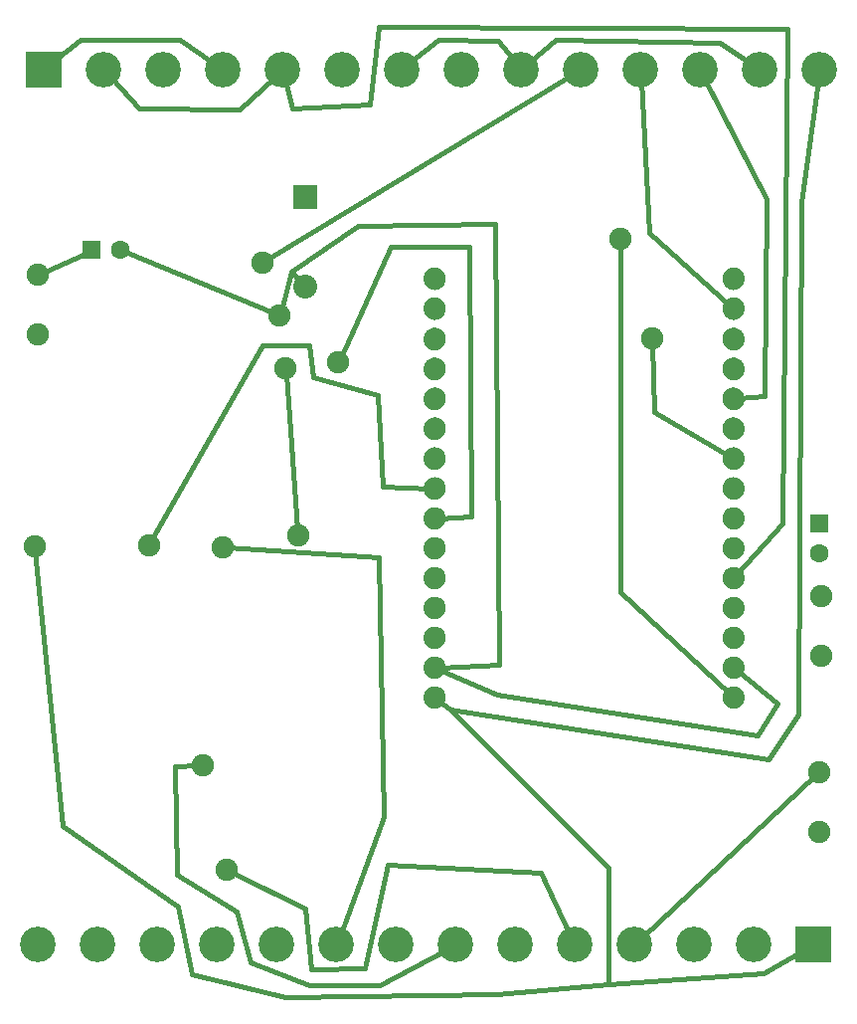
<source format=gtl>
G04 MADE WITH FRITZING*
G04 WWW.FRITZING.ORG*
G04 DOUBLE SIDED*
G04 HOLES PLATED*
G04 CONTOUR ON CENTER OF CONTOUR VECTOR*
%ASAXBY*%
%FSLAX23Y23*%
%MOIN*%
%OFA0B0*%
%SFA1.0B1.0*%
%ADD10C,0.074106*%
%ADD11C,0.080000*%
%ADD12C,0.075000*%
%ADD13C,0.062992*%
%ADD14C,0.118740*%
%ADD15C,0.075433*%
%ADD16R,0.080000X0.080000*%
%ADD17R,0.062992X0.062992*%
%ADD18R,0.118740X0.118740*%
%ADD19C,0.016000*%
%ADD20R,0.001000X0.001000*%
%LNCOPPER1*%
G90*
G70*
G54D10*
X2515Y1034D03*
X2515Y1134D03*
X2515Y1234D03*
X2515Y1334D03*
X2515Y1434D03*
X2515Y1534D03*
X2515Y1635D03*
X2515Y1735D03*
X2515Y1835D03*
X2515Y1935D03*
X2515Y2035D03*
X2515Y2135D03*
X2515Y2235D03*
X2515Y2336D03*
X2515Y2436D03*
X1513Y1034D03*
X1513Y1134D03*
X1513Y1234D03*
X1513Y1334D03*
X1513Y1434D03*
X1513Y1534D03*
X1513Y1635D03*
X1513Y1735D03*
X1513Y1835D03*
X1513Y1935D03*
X1513Y2035D03*
X1513Y2135D03*
X1513Y2235D03*
X1513Y2336D03*
X1513Y2436D03*
G54D11*
X1078Y2709D03*
X1078Y2409D03*
G54D12*
X2811Y1172D03*
X2811Y1372D03*
X2804Y783D03*
X2804Y583D03*
G54D13*
X2804Y1616D03*
X2804Y1518D03*
X362Y2532D03*
X461Y2532D03*
G54D14*
X2784Y206D03*
X2584Y206D03*
X2384Y206D03*
X2184Y206D03*
X1984Y206D03*
X1784Y206D03*
X1584Y206D03*
X1384Y206D03*
X1184Y206D03*
X984Y206D03*
X784Y206D03*
X584Y206D03*
X384Y206D03*
X184Y206D03*
X203Y3138D03*
X403Y3138D03*
X603Y3138D03*
X803Y3138D03*
X1003Y3138D03*
X1203Y3138D03*
X1403Y3138D03*
X1603Y3138D03*
X1803Y3138D03*
X2003Y3138D03*
X2203Y3138D03*
X2403Y3138D03*
X2603Y3138D03*
X2803Y3138D03*
G54D12*
X183Y2251D03*
X183Y2451D03*
G54D15*
X994Y2313D03*
X2136Y2569D03*
X2244Y2238D03*
X935Y2490D03*
X555Y1544D03*
X1191Y2156D03*
X737Y807D03*
X1055Y1578D03*
X1014Y2136D03*
X815Y458D03*
X803Y1538D03*
X172Y1541D03*
G54D16*
X1078Y2709D03*
G54D17*
X2804Y1616D03*
X362Y2532D03*
G54D18*
X2784Y206D03*
X203Y3138D03*
G54D19*
X2619Y2043D02*
X2532Y2036D01*
D02*
X2626Y2702D02*
X2619Y2043D01*
D02*
X2421Y3103D02*
X2626Y2702D01*
D02*
X348Y2525D02*
X199Y2458D01*
D02*
X2502Y2347D02*
X2234Y2589D01*
D02*
X2234Y2589D02*
X2206Y3099D01*
D02*
X821Y1537D02*
X1326Y1502D01*
D02*
X1326Y1502D02*
X1344Y635D01*
D02*
X1344Y635D02*
X1198Y243D01*
D02*
X1967Y241D02*
X1870Y446D01*
D02*
X1870Y446D02*
X1356Y472D01*
D02*
X1356Y472D02*
X1278Y128D01*
D02*
X1278Y128D02*
X1100Y124D01*
D02*
X1078Y328D02*
X830Y450D01*
D02*
X1100Y124D02*
X1078Y328D01*
D02*
X1015Y2118D02*
X1054Y1596D01*
D02*
X644Y802D02*
X648Y439D01*
D02*
X719Y806D02*
X644Y802D01*
D02*
X648Y439D02*
X848Y317D01*
D02*
X848Y317D02*
X896Y148D01*
D02*
X896Y148D02*
X1093Y69D01*
D02*
X1093Y69D02*
X1329Y69D01*
D02*
X1329Y69D02*
X1549Y187D01*
D02*
X1341Y1739D02*
X1322Y2046D01*
D02*
X1496Y1735D02*
X1341Y1739D01*
D02*
X1322Y2046D02*
X1107Y2106D01*
D02*
X1107Y2106D02*
X1093Y2215D01*
D02*
X1093Y2215D02*
X935Y2215D01*
D02*
X935Y2215D02*
X564Y1559D01*
D02*
X1970Y3118D02*
X950Y2499D01*
D02*
X1198Y2172D02*
X1367Y2543D01*
D02*
X1367Y2543D02*
X1630Y2543D01*
D02*
X1630Y2543D02*
X1637Y1639D01*
D02*
X1637Y1639D02*
X1531Y1635D01*
D02*
X2244Y2220D02*
X2248Y1991D01*
D02*
X2248Y1991D02*
X2500Y1844D01*
D02*
X999Y2330D02*
X1033Y2461D01*
D02*
X1033Y2461D02*
X1256Y2613D01*
D02*
X1256Y2613D02*
X1715Y2621D01*
D02*
X1715Y2621D02*
X1730Y1143D01*
D02*
X1730Y1143D02*
X1531Y1135D01*
D02*
X1065Y2425D02*
X1033Y2461D01*
D02*
X475Y2526D02*
X978Y2320D01*
D02*
X771Y3161D02*
X659Y3238D01*
D02*
X659Y3238D02*
X325Y3238D01*
D02*
X325Y3238D02*
X234Y3163D01*
D02*
X1779Y3169D02*
X1726Y3235D01*
D02*
X1726Y3235D02*
X1526Y3238D01*
D02*
X1526Y3238D02*
X1434Y3163D01*
D02*
X2571Y3160D02*
X2470Y3228D01*
D02*
X2470Y3228D02*
X1919Y3238D01*
D02*
X1919Y3238D02*
X1833Y3164D01*
D02*
X2213Y233D02*
X2791Y772D01*
D02*
X2136Y2551D02*
X2136Y1388D01*
D02*
X2136Y1388D02*
X2502Y1046D01*
D02*
X1013Y3100D02*
X1037Y3006D01*
D02*
X1037Y3006D02*
X1296Y3021D01*
D02*
X1296Y3021D02*
X1326Y3280D01*
D02*
X1326Y3280D02*
X2696Y3272D01*
D02*
X2696Y3272D02*
X2678Y1617D01*
D02*
X2678Y1617D02*
X2526Y1447D01*
D02*
X430Y3109D02*
X522Y3006D01*
D02*
X522Y3006D02*
X859Y3002D01*
D02*
X859Y3002D02*
X975Y3111D01*
D02*
X1527Y1023D02*
X1565Y994D01*
D02*
X1565Y994D02*
X2096Y463D01*
D02*
X2096Y463D02*
X2096Y72D01*
D02*
X2096Y72D02*
X2615Y109D01*
D02*
X2615Y109D02*
X2750Y186D01*
D02*
X652Y335D02*
X699Y108D01*
D02*
X267Y602D02*
X652Y335D01*
D02*
X174Y1524D02*
X267Y602D01*
D02*
X699Y108D02*
X1014Y30D01*
D02*
X1014Y30D02*
X1722Y39D01*
D02*
X1722Y39D02*
X2096Y72D01*
D02*
X2798Y3099D02*
X2744Y2695D01*
D02*
X2744Y2695D02*
X2733Y976D01*
D02*
X2733Y976D02*
X2633Y828D01*
D02*
X2633Y828D02*
X1565Y994D01*
D02*
X1722Y1043D02*
X1529Y1127D01*
D02*
X2596Y906D02*
X1722Y1043D01*
D02*
X2528Y1123D02*
X2663Y1013D01*
D02*
X2663Y1013D02*
X2596Y906D01*
G54D20*
X1506Y2472D02*
X1521Y2472D01*
X2508Y2472D02*
X2523Y2472D01*
X1503Y2471D02*
X1525Y2471D01*
X2504Y2471D02*
X2526Y2471D01*
X1500Y2470D02*
X1527Y2470D01*
X2502Y2470D02*
X2529Y2470D01*
X1498Y2469D02*
X1530Y2469D01*
X2499Y2469D02*
X2531Y2469D01*
X1496Y2468D02*
X1532Y2468D01*
X2497Y2468D02*
X2533Y2468D01*
X1494Y2467D02*
X1533Y2467D01*
X2496Y2467D02*
X2535Y2467D01*
X1493Y2466D02*
X1535Y2466D01*
X2494Y2466D02*
X2536Y2466D01*
X1491Y2465D02*
X1536Y2465D01*
X2493Y2465D02*
X2538Y2465D01*
X1490Y2464D02*
X1537Y2464D01*
X2492Y2464D02*
X2539Y2464D01*
X1489Y2463D02*
X1539Y2463D01*
X2490Y2463D02*
X2540Y2463D01*
X1488Y2462D02*
X1540Y2462D01*
X2489Y2462D02*
X2541Y2462D01*
X1487Y2461D02*
X1541Y2461D01*
X2488Y2461D02*
X2542Y2461D01*
X1486Y2460D02*
X1541Y2460D01*
X2488Y2460D02*
X2543Y2460D01*
X1485Y2459D02*
X1542Y2459D01*
X2487Y2459D02*
X2544Y2459D01*
X1485Y2458D02*
X1543Y2458D01*
X2486Y2458D02*
X2544Y2458D01*
X1484Y2457D02*
X1544Y2457D01*
X2485Y2457D02*
X2545Y2457D01*
X1483Y2456D02*
X1544Y2456D01*
X2485Y2456D02*
X2546Y2456D01*
X1483Y2455D02*
X1545Y2455D01*
X2484Y2455D02*
X2546Y2455D01*
X1482Y2454D02*
X1545Y2454D01*
X2484Y2454D02*
X2547Y2454D01*
X1482Y2453D02*
X1509Y2453D01*
X1519Y2453D02*
X1546Y2453D01*
X2483Y2453D02*
X2510Y2453D01*
X2520Y2453D02*
X2547Y2453D01*
X1481Y2452D02*
X1506Y2452D01*
X1522Y2452D02*
X1546Y2452D01*
X2483Y2452D02*
X2507Y2452D01*
X2523Y2452D02*
X2548Y2452D01*
X1481Y2451D02*
X1504Y2451D01*
X1523Y2451D02*
X1547Y2451D01*
X2482Y2451D02*
X2506Y2451D01*
X2525Y2451D02*
X2548Y2451D01*
X1480Y2450D02*
X1503Y2450D01*
X1525Y2450D02*
X1547Y2450D01*
X2482Y2450D02*
X2504Y2450D01*
X2526Y2450D02*
X2549Y2450D01*
X1480Y2449D02*
X1502Y2449D01*
X1526Y2449D02*
X1548Y2449D01*
X2481Y2449D02*
X2503Y2449D01*
X2527Y2449D02*
X2549Y2449D01*
X1479Y2448D02*
X1501Y2448D01*
X1527Y2448D02*
X1548Y2448D01*
X2481Y2448D02*
X2502Y2448D01*
X2528Y2448D02*
X2550Y2448D01*
X1479Y2447D02*
X1500Y2447D01*
X1528Y2447D02*
X1548Y2447D01*
X2481Y2447D02*
X2501Y2447D01*
X2529Y2447D02*
X2550Y2447D01*
X1479Y2446D02*
X1499Y2446D01*
X1529Y2446D02*
X1549Y2446D01*
X2480Y2446D02*
X2500Y2446D01*
X2530Y2446D02*
X2550Y2446D01*
X1479Y2445D02*
X1498Y2445D01*
X1529Y2445D02*
X1549Y2445D01*
X2480Y2445D02*
X2500Y2445D01*
X2531Y2445D02*
X2550Y2445D01*
X1478Y2444D02*
X1498Y2444D01*
X1530Y2444D02*
X1549Y2444D01*
X2480Y2444D02*
X2499Y2444D01*
X2531Y2444D02*
X2551Y2444D01*
X1478Y2443D02*
X1497Y2443D01*
X1531Y2443D02*
X1550Y2443D01*
X2479Y2443D02*
X2498Y2443D01*
X2532Y2443D02*
X2551Y2443D01*
X1478Y2442D02*
X1497Y2442D01*
X1531Y2442D02*
X1550Y2442D01*
X2479Y2442D02*
X2498Y2442D01*
X2532Y2442D02*
X2551Y2442D01*
X1478Y2441D02*
X1496Y2441D01*
X1531Y2441D02*
X1550Y2441D01*
X2479Y2441D02*
X2498Y2441D01*
X2533Y2441D02*
X2551Y2441D01*
X1478Y2440D02*
X1496Y2440D01*
X1531Y2440D02*
X1550Y2440D01*
X2479Y2440D02*
X2498Y2440D01*
X2533Y2440D02*
X2551Y2440D01*
X1477Y2439D02*
X1496Y2439D01*
X1532Y2439D02*
X1550Y2439D01*
X2479Y2439D02*
X2497Y2439D01*
X2533Y2439D02*
X2552Y2439D01*
X1477Y2438D02*
X1496Y2438D01*
X1532Y2438D02*
X1550Y2438D01*
X2479Y2438D02*
X2497Y2438D01*
X2533Y2438D02*
X2552Y2438D01*
X1477Y2437D02*
X1496Y2437D01*
X1532Y2437D02*
X1550Y2437D01*
X2479Y2437D02*
X2497Y2437D01*
X2533Y2437D02*
X2552Y2437D01*
X1477Y2436D02*
X1496Y2436D01*
X1532Y2436D02*
X1550Y2436D01*
X2479Y2436D02*
X2497Y2436D01*
X2533Y2436D02*
X2552Y2436D01*
X1477Y2435D02*
X1496Y2435D01*
X1532Y2435D02*
X1550Y2435D01*
X2479Y2435D02*
X2497Y2435D01*
X2533Y2435D02*
X2552Y2435D01*
X1477Y2434D02*
X1496Y2434D01*
X1532Y2434D02*
X1550Y2434D01*
X2479Y2434D02*
X2497Y2434D01*
X2533Y2434D02*
X2552Y2434D01*
X1477Y2433D02*
X1496Y2433D01*
X1532Y2433D02*
X1550Y2433D01*
X2479Y2433D02*
X2497Y2433D01*
X2533Y2433D02*
X2552Y2433D01*
X1478Y2432D02*
X1496Y2432D01*
X1531Y2432D02*
X1550Y2432D01*
X2479Y2432D02*
X2498Y2432D01*
X2533Y2432D02*
X2551Y2432D01*
X1478Y2431D02*
X1496Y2431D01*
X1531Y2431D02*
X1550Y2431D01*
X2479Y2431D02*
X2498Y2431D01*
X2533Y2431D02*
X2551Y2431D01*
X1478Y2430D02*
X1497Y2430D01*
X1531Y2430D02*
X1550Y2430D01*
X2479Y2430D02*
X2498Y2430D01*
X2532Y2430D02*
X2551Y2430D01*
X1478Y2429D02*
X1497Y2429D01*
X1531Y2429D02*
X1550Y2429D01*
X2479Y2429D02*
X2498Y2429D01*
X2532Y2429D02*
X2551Y2429D01*
X1478Y2428D02*
X1498Y2428D01*
X1530Y2428D02*
X1549Y2428D01*
X2480Y2428D02*
X2499Y2428D01*
X2531Y2428D02*
X2551Y2428D01*
X1479Y2427D02*
X1498Y2427D01*
X1529Y2427D02*
X1549Y2427D01*
X2480Y2427D02*
X2500Y2427D01*
X2531Y2427D02*
X2550Y2427D01*
X1479Y2426D02*
X1499Y2426D01*
X1529Y2426D02*
X1549Y2426D01*
X2480Y2426D02*
X2500Y2426D01*
X2530Y2426D02*
X2550Y2426D01*
X1479Y2425D02*
X1500Y2425D01*
X1528Y2425D02*
X1549Y2425D01*
X2480Y2425D02*
X2501Y2425D01*
X2529Y2425D02*
X2550Y2425D01*
X1479Y2424D02*
X1501Y2424D01*
X1527Y2424D02*
X1548Y2424D01*
X2481Y2424D02*
X2502Y2424D01*
X2528Y2424D02*
X2550Y2424D01*
X1480Y2423D02*
X1502Y2423D01*
X1526Y2423D02*
X1548Y2423D01*
X2481Y2423D02*
X2503Y2423D01*
X2527Y2423D02*
X2549Y2423D01*
X1480Y2422D02*
X1503Y2422D01*
X1525Y2422D02*
X1547Y2422D01*
X2482Y2422D02*
X2504Y2422D01*
X2526Y2422D02*
X2549Y2422D01*
X1481Y2421D02*
X1504Y2421D01*
X1524Y2421D02*
X1547Y2421D01*
X2482Y2421D02*
X2505Y2421D01*
X2525Y2421D02*
X2548Y2421D01*
X1481Y2420D02*
X1506Y2420D01*
X1522Y2420D02*
X1547Y2420D01*
X2482Y2420D02*
X2507Y2420D01*
X2523Y2420D02*
X2548Y2420D01*
X1482Y2419D02*
X1509Y2419D01*
X1519Y2419D02*
X1546Y2419D01*
X2483Y2419D02*
X2510Y2419D01*
X2520Y2419D02*
X2547Y2419D01*
X1482Y2418D02*
X1546Y2418D01*
X2483Y2418D02*
X2547Y2418D01*
X1483Y2417D02*
X1545Y2417D01*
X2484Y2417D02*
X2546Y2417D01*
X1483Y2416D02*
X1544Y2416D01*
X2485Y2416D02*
X2546Y2416D01*
X1484Y2415D02*
X1544Y2415D01*
X2485Y2415D02*
X2545Y2415D01*
X1485Y2414D02*
X1543Y2414D01*
X2486Y2414D02*
X2544Y2414D01*
X1485Y2413D02*
X1542Y2413D01*
X2487Y2413D02*
X2544Y2413D01*
X1486Y2412D02*
X1542Y2412D01*
X2488Y2412D02*
X2543Y2412D01*
X1487Y2411D02*
X1541Y2411D01*
X2488Y2411D02*
X2542Y2411D01*
X1488Y2410D02*
X1540Y2410D01*
X2489Y2410D02*
X2541Y2410D01*
X1489Y2409D02*
X1539Y2409D01*
X2490Y2409D02*
X2540Y2409D01*
X1490Y2408D02*
X1538Y2408D01*
X2491Y2408D02*
X2539Y2408D01*
X1491Y2407D02*
X1536Y2407D01*
X2493Y2407D02*
X2538Y2407D01*
X1493Y2406D02*
X1535Y2406D01*
X2494Y2406D02*
X2536Y2406D01*
X1494Y2405D02*
X1533Y2405D01*
X2496Y2405D02*
X2535Y2405D01*
X1496Y2404D02*
X1532Y2404D01*
X2497Y2404D02*
X2533Y2404D01*
X1498Y2403D02*
X1530Y2403D01*
X2499Y2403D02*
X2531Y2403D01*
X1500Y2402D02*
X1528Y2402D01*
X2501Y2402D02*
X2529Y2402D01*
X1503Y2401D02*
X1525Y2401D01*
X2504Y2401D02*
X2526Y2401D01*
X1506Y2400D02*
X1522Y2400D01*
X2507Y2400D02*
X2523Y2400D01*
X1512Y2399D02*
X1515Y2399D01*
X2514Y2399D02*
X2517Y2399D01*
X1507Y2372D02*
X1521Y2372D01*
X2508Y2372D02*
X2522Y2372D01*
X1503Y2371D02*
X1524Y2371D01*
X2505Y2371D02*
X2526Y2371D01*
X1501Y2370D02*
X1527Y2370D01*
X2502Y2370D02*
X2528Y2370D01*
X1498Y2369D02*
X1529Y2369D01*
X2500Y2369D02*
X2531Y2369D01*
X1496Y2368D02*
X1531Y2368D01*
X2498Y2368D02*
X2533Y2368D01*
X1495Y2367D02*
X1533Y2367D01*
X2496Y2367D02*
X2534Y2367D01*
X1493Y2366D02*
X1535Y2366D01*
X2494Y2366D02*
X2536Y2366D01*
X1492Y2365D02*
X1536Y2365D01*
X2493Y2365D02*
X2537Y2365D01*
X1490Y2364D02*
X1537Y2364D01*
X2492Y2364D02*
X2539Y2364D01*
X1489Y2363D02*
X1538Y2363D01*
X2491Y2363D02*
X2540Y2363D01*
X1488Y2362D02*
X1540Y2362D01*
X2490Y2362D02*
X2541Y2362D01*
X1487Y2361D02*
X1540Y2361D01*
X2489Y2361D02*
X2542Y2361D01*
X1486Y2360D02*
X1541Y2360D01*
X2488Y2360D02*
X2543Y2360D01*
X1485Y2359D02*
X1542Y2359D01*
X2487Y2359D02*
X2544Y2359D01*
X1485Y2358D02*
X1543Y2358D01*
X2486Y2358D02*
X2544Y2358D01*
X1484Y2357D02*
X1544Y2357D01*
X2485Y2357D02*
X2545Y2357D01*
X1483Y2356D02*
X1544Y2356D01*
X2485Y2356D02*
X2546Y2356D01*
X1483Y2355D02*
X1545Y2355D01*
X2484Y2355D02*
X2546Y2355D01*
X1482Y2354D02*
X1545Y2354D01*
X2484Y2354D02*
X2547Y2354D01*
X1482Y2353D02*
X1509Y2353D01*
X1518Y2353D02*
X1546Y2353D01*
X2483Y2353D02*
X2511Y2353D01*
X2520Y2353D02*
X2547Y2353D01*
X1481Y2352D02*
X1506Y2352D01*
X1521Y2352D02*
X1546Y2352D01*
X2483Y2352D02*
X2508Y2352D01*
X2523Y2352D02*
X2548Y2352D01*
X1481Y2351D02*
X1504Y2351D01*
X1523Y2351D02*
X1547Y2351D01*
X2482Y2351D02*
X2506Y2351D01*
X2525Y2351D02*
X2548Y2351D01*
X1480Y2350D02*
X1503Y2350D01*
X1525Y2350D02*
X1547Y2350D01*
X2482Y2350D02*
X2504Y2350D01*
X2526Y2350D02*
X2549Y2350D01*
X1480Y2349D02*
X1502Y2349D01*
X1526Y2349D02*
X1548Y2349D01*
X2481Y2349D02*
X2503Y2349D01*
X2527Y2349D02*
X2549Y2349D01*
X1480Y2348D02*
X1501Y2348D01*
X1527Y2348D02*
X1548Y2348D01*
X2481Y2348D02*
X2502Y2348D01*
X2528Y2348D02*
X2549Y2348D01*
X1479Y2347D02*
X1500Y2347D01*
X1528Y2347D02*
X1548Y2347D01*
X2481Y2347D02*
X2501Y2347D01*
X2529Y2347D02*
X2550Y2347D01*
X1479Y2346D02*
X1499Y2346D01*
X1529Y2346D02*
X1549Y2346D01*
X2480Y2346D02*
X2500Y2346D01*
X2530Y2346D02*
X2550Y2346D01*
X1479Y2345D02*
X1498Y2345D01*
X1529Y2345D02*
X1549Y2345D01*
X2480Y2345D02*
X2500Y2345D01*
X2531Y2345D02*
X2550Y2345D01*
X1478Y2344D02*
X1498Y2344D01*
X1530Y2344D02*
X1549Y2344D01*
X2480Y2344D02*
X2499Y2344D01*
X2531Y2344D02*
X2551Y2344D01*
X1478Y2343D02*
X1497Y2343D01*
X1530Y2343D02*
X1550Y2343D01*
X2479Y2343D02*
X2499Y2343D01*
X2532Y2343D02*
X2551Y2343D01*
X1478Y2342D02*
X1497Y2342D01*
X1531Y2342D02*
X1550Y2342D01*
X2479Y2342D02*
X2498Y2342D01*
X2532Y2342D02*
X2551Y2342D01*
X1478Y2341D02*
X1497Y2341D01*
X1531Y2341D02*
X1550Y2341D01*
X2479Y2341D02*
X2498Y2341D01*
X2533Y2341D02*
X2551Y2341D01*
X1478Y2340D02*
X1496Y2340D01*
X1531Y2340D02*
X1550Y2340D01*
X2479Y2340D02*
X2498Y2340D01*
X2533Y2340D02*
X2551Y2340D01*
X1477Y2339D02*
X1496Y2339D01*
X1532Y2339D02*
X1550Y2339D01*
X2479Y2339D02*
X2497Y2339D01*
X2533Y2339D02*
X2552Y2339D01*
X1477Y2338D02*
X1496Y2338D01*
X1532Y2338D02*
X1550Y2338D01*
X2479Y2338D02*
X2497Y2338D01*
X2533Y2338D02*
X2552Y2338D01*
X1477Y2337D02*
X1496Y2337D01*
X1532Y2337D02*
X1550Y2337D01*
X2479Y2337D02*
X2497Y2337D01*
X2533Y2337D02*
X2552Y2337D01*
X1477Y2336D02*
X1496Y2336D01*
X1532Y2336D02*
X1550Y2336D01*
X2479Y2336D02*
X2497Y2336D01*
X2533Y2336D02*
X2552Y2336D01*
X1477Y2335D02*
X1496Y2335D01*
X1532Y2335D02*
X1550Y2335D01*
X2479Y2335D02*
X2497Y2335D01*
X2533Y2335D02*
X2552Y2335D01*
X1477Y2334D02*
X1496Y2334D01*
X1532Y2334D02*
X1550Y2334D01*
X2479Y2334D02*
X2497Y2334D01*
X2533Y2334D02*
X2552Y2334D01*
X1477Y2333D02*
X1496Y2333D01*
X1532Y2333D02*
X1550Y2333D01*
X2479Y2333D02*
X2497Y2333D01*
X2533Y2333D02*
X2552Y2333D01*
X1478Y2332D02*
X1496Y2332D01*
X1531Y2332D02*
X1550Y2332D01*
X2479Y2332D02*
X2498Y2332D01*
X2533Y2332D02*
X2552Y2332D01*
X1478Y2331D02*
X1496Y2331D01*
X1531Y2331D02*
X1550Y2331D01*
X2479Y2331D02*
X2498Y2331D01*
X2533Y2331D02*
X2551Y2331D01*
X1478Y2330D02*
X1497Y2330D01*
X1531Y2330D02*
X1550Y2330D01*
X2479Y2330D02*
X2498Y2330D01*
X2532Y2330D02*
X2551Y2330D01*
X1478Y2329D02*
X1497Y2329D01*
X1531Y2329D02*
X1550Y2329D01*
X2479Y2329D02*
X2498Y2329D01*
X2532Y2329D02*
X2551Y2329D01*
X1478Y2328D02*
X1498Y2328D01*
X1530Y2328D02*
X1549Y2328D01*
X2480Y2328D02*
X2499Y2328D01*
X2532Y2328D02*
X2551Y2328D01*
X1478Y2327D02*
X1498Y2327D01*
X1530Y2327D02*
X1549Y2327D01*
X2480Y2327D02*
X2499Y2327D01*
X2531Y2327D02*
X2551Y2327D01*
X1479Y2326D02*
X1499Y2326D01*
X1529Y2326D02*
X1549Y2326D01*
X2480Y2326D02*
X2500Y2326D01*
X2530Y2326D02*
X2550Y2326D01*
X1479Y2325D02*
X1500Y2325D01*
X1528Y2325D02*
X1549Y2325D01*
X2480Y2325D02*
X2501Y2325D01*
X2529Y2325D02*
X2550Y2325D01*
X1479Y2324D02*
X1500Y2324D01*
X1527Y2324D02*
X1548Y2324D01*
X2481Y2324D02*
X2502Y2324D01*
X2529Y2324D02*
X2550Y2324D01*
X1480Y2323D02*
X1501Y2323D01*
X1526Y2323D02*
X1548Y2323D01*
X2481Y2323D02*
X2503Y2323D01*
X2528Y2323D02*
X2549Y2323D01*
X1480Y2322D02*
X1503Y2322D01*
X1525Y2322D02*
X1547Y2322D01*
X2482Y2322D02*
X2504Y2322D01*
X2526Y2322D02*
X2549Y2322D01*
X1481Y2321D02*
X1504Y2321D01*
X1524Y2321D02*
X1547Y2321D01*
X2482Y2321D02*
X2505Y2321D01*
X2525Y2321D02*
X2548Y2321D01*
X1481Y2320D02*
X1506Y2320D01*
X1522Y2320D02*
X1547Y2320D01*
X2482Y2320D02*
X2507Y2320D01*
X2523Y2320D02*
X2548Y2320D01*
X1482Y2319D02*
X1508Y2319D01*
X1519Y2319D02*
X1546Y2319D01*
X2483Y2319D02*
X2510Y2319D01*
X2521Y2319D02*
X2548Y2319D01*
X1482Y2318D02*
X1546Y2318D01*
X2483Y2318D02*
X2547Y2318D01*
X1483Y2317D02*
X1545Y2317D01*
X2484Y2317D02*
X2546Y2317D01*
X1483Y2316D02*
X1544Y2316D01*
X2485Y2316D02*
X2546Y2316D01*
X1484Y2315D02*
X1544Y2315D01*
X2485Y2315D02*
X2545Y2315D01*
X1485Y2314D02*
X1543Y2314D01*
X2486Y2314D02*
X2545Y2314D01*
X1485Y2313D02*
X1542Y2313D01*
X2487Y2313D02*
X2544Y2313D01*
X1486Y2312D02*
X1542Y2312D01*
X2487Y2312D02*
X2543Y2312D01*
X1487Y2311D02*
X1541Y2311D01*
X2488Y2311D02*
X2542Y2311D01*
X1488Y2310D02*
X1540Y2310D01*
X2489Y2310D02*
X2541Y2310D01*
X1489Y2309D02*
X1539Y2309D01*
X2490Y2309D02*
X2540Y2309D01*
X1490Y2308D02*
X1538Y2308D01*
X2491Y2308D02*
X2539Y2308D01*
X1491Y2307D02*
X1536Y2307D01*
X2493Y2307D02*
X2538Y2307D01*
X1493Y2306D02*
X1535Y2306D01*
X2494Y2306D02*
X2536Y2306D01*
X1494Y2305D02*
X1534Y2305D01*
X2495Y2305D02*
X2535Y2305D01*
X1496Y2304D02*
X1532Y2304D01*
X2497Y2304D02*
X2533Y2304D01*
X1498Y2303D02*
X1530Y2303D01*
X2499Y2303D02*
X2531Y2303D01*
X1500Y2302D02*
X1528Y2302D01*
X2501Y2302D02*
X2529Y2302D01*
X1502Y2301D02*
X1525Y2301D01*
X2504Y2301D02*
X2527Y2301D01*
X1506Y2300D02*
X1522Y2300D01*
X2507Y2300D02*
X2524Y2300D01*
X1511Y2299D02*
X1517Y2299D01*
X2512Y2299D02*
X2518Y2299D01*
X1508Y2272D02*
X1520Y2272D01*
X2509Y2272D02*
X2521Y2272D01*
X1504Y2271D02*
X1524Y2271D01*
X2505Y2271D02*
X2525Y2271D01*
X1501Y2270D02*
X1527Y2270D01*
X2502Y2270D02*
X2528Y2270D01*
X1499Y2269D02*
X1529Y2269D01*
X2500Y2269D02*
X2530Y2269D01*
X1497Y2268D02*
X1531Y2268D01*
X2498Y2268D02*
X2532Y2268D01*
X1495Y2267D02*
X1533Y2267D01*
X2496Y2267D02*
X2534Y2267D01*
X1493Y2266D02*
X1534Y2266D01*
X2495Y2266D02*
X2536Y2266D01*
X1492Y2265D02*
X1536Y2265D01*
X2493Y2265D02*
X2537Y2265D01*
X1490Y2264D02*
X1537Y2264D01*
X2492Y2264D02*
X2539Y2264D01*
X1489Y2263D02*
X1538Y2263D01*
X2491Y2263D02*
X2540Y2263D01*
X1488Y2262D02*
X1539Y2262D01*
X2490Y2262D02*
X2541Y2262D01*
X1487Y2261D02*
X1540Y2261D01*
X2489Y2261D02*
X2542Y2261D01*
X1486Y2260D02*
X1541Y2260D01*
X2488Y2260D02*
X2543Y2260D01*
X1486Y2259D02*
X1542Y2259D01*
X2487Y2259D02*
X2543Y2259D01*
X1485Y2258D02*
X1543Y2258D01*
X2486Y2258D02*
X2544Y2258D01*
X1484Y2257D02*
X1543Y2257D01*
X2486Y2257D02*
X2545Y2257D01*
X1483Y2256D02*
X1544Y2256D01*
X2485Y2256D02*
X2546Y2256D01*
X1483Y2255D02*
X1545Y2255D01*
X2484Y2255D02*
X2546Y2255D01*
X1482Y2254D02*
X1545Y2254D01*
X2484Y2254D02*
X2547Y2254D01*
X1482Y2253D02*
X1511Y2253D01*
X1517Y2253D02*
X1546Y2253D01*
X2483Y2253D02*
X2512Y2253D01*
X2518Y2253D02*
X2547Y2253D01*
X1481Y2252D02*
X1507Y2252D01*
X1521Y2252D02*
X1546Y2252D01*
X2483Y2252D02*
X2508Y2252D01*
X2523Y2252D02*
X2548Y2252D01*
X1481Y2251D02*
X1505Y2251D01*
X1523Y2251D02*
X1547Y2251D01*
X2482Y2251D02*
X2506Y2251D01*
X2524Y2251D02*
X2548Y2251D01*
X1480Y2250D02*
X1503Y2250D01*
X1524Y2250D02*
X1547Y2250D01*
X2482Y2250D02*
X2505Y2250D01*
X2526Y2250D02*
X2549Y2250D01*
X1480Y2249D02*
X1502Y2249D01*
X1526Y2249D02*
X1548Y2249D01*
X2481Y2249D02*
X2503Y2249D01*
X2527Y2249D02*
X2549Y2249D01*
X1480Y2248D02*
X1501Y2248D01*
X1527Y2248D02*
X1548Y2248D01*
X2481Y2248D02*
X2502Y2248D01*
X2528Y2248D02*
X2549Y2248D01*
X1479Y2247D02*
X1500Y2247D01*
X1528Y2247D02*
X1548Y2247D01*
X2481Y2247D02*
X2501Y2247D01*
X2529Y2247D02*
X2550Y2247D01*
X1479Y2246D02*
X1499Y2246D01*
X1528Y2246D02*
X1549Y2246D01*
X2480Y2246D02*
X2501Y2246D01*
X2530Y2246D02*
X2550Y2246D01*
X1479Y2245D02*
X1498Y2245D01*
X1529Y2245D02*
X1549Y2245D01*
X2480Y2245D02*
X2500Y2245D01*
X2531Y2245D02*
X2550Y2245D01*
X1478Y2244D02*
X1498Y2244D01*
X1530Y2244D02*
X1549Y2244D01*
X2480Y2244D02*
X2499Y2244D01*
X2531Y2244D02*
X2551Y2244D01*
X1478Y2243D02*
X1497Y2243D01*
X1530Y2243D02*
X1550Y2243D01*
X2479Y2243D02*
X2499Y2243D01*
X2532Y2243D02*
X2551Y2243D01*
X1478Y2242D02*
X1497Y2242D01*
X1531Y2242D02*
X1550Y2242D01*
X2479Y2242D02*
X2498Y2242D01*
X2532Y2242D02*
X2551Y2242D01*
X1478Y2241D02*
X1497Y2241D01*
X1531Y2241D02*
X1550Y2241D01*
X2479Y2241D02*
X2498Y2241D01*
X2532Y2241D02*
X2551Y2241D01*
X1478Y2240D02*
X1496Y2240D01*
X1531Y2240D02*
X1550Y2240D01*
X2479Y2240D02*
X2498Y2240D01*
X2533Y2240D02*
X2551Y2240D01*
X1477Y2239D02*
X1496Y2239D01*
X1532Y2239D02*
X1550Y2239D01*
X2479Y2239D02*
X2497Y2239D01*
X2533Y2239D02*
X2552Y2239D01*
X1477Y2238D02*
X1496Y2238D01*
X1532Y2238D02*
X1550Y2238D01*
X2479Y2238D02*
X2497Y2238D01*
X2533Y2238D02*
X2552Y2238D01*
X1477Y2237D02*
X1496Y2237D01*
X1532Y2237D02*
X1550Y2237D01*
X2479Y2237D02*
X2497Y2237D01*
X2533Y2237D02*
X2552Y2237D01*
X1477Y2236D02*
X1496Y2236D01*
X1532Y2236D02*
X1550Y2236D01*
X2479Y2236D02*
X2497Y2236D01*
X2533Y2236D02*
X2552Y2236D01*
X1477Y2235D02*
X1496Y2235D01*
X1532Y2235D02*
X1550Y2235D01*
X2479Y2235D02*
X2497Y2235D01*
X2533Y2235D02*
X2552Y2235D01*
X1477Y2234D02*
X1496Y2234D01*
X1532Y2234D02*
X1550Y2234D01*
X2479Y2234D02*
X2497Y2234D01*
X2533Y2234D02*
X2552Y2234D01*
X1477Y2233D02*
X1496Y2233D01*
X1532Y2233D02*
X1550Y2233D01*
X2479Y2233D02*
X2497Y2233D01*
X2533Y2233D02*
X2552Y2233D01*
X1477Y2232D02*
X1496Y2232D01*
X1532Y2232D02*
X1550Y2232D01*
X2479Y2232D02*
X2497Y2232D01*
X2533Y2232D02*
X2552Y2232D01*
X1478Y2231D02*
X1496Y2231D01*
X1531Y2231D02*
X1550Y2231D01*
X2479Y2231D02*
X2498Y2231D01*
X2533Y2231D02*
X2551Y2231D01*
X1478Y2230D02*
X1497Y2230D01*
X1531Y2230D02*
X1550Y2230D01*
X2479Y2230D02*
X2498Y2230D01*
X2532Y2230D02*
X2551Y2230D01*
X1478Y2229D02*
X1497Y2229D01*
X1531Y2229D02*
X1550Y2229D01*
X2479Y2229D02*
X2498Y2229D01*
X2532Y2229D02*
X2551Y2229D01*
X1478Y2228D02*
X1497Y2228D01*
X1530Y2228D02*
X1549Y2228D01*
X2480Y2228D02*
X2499Y2228D01*
X2532Y2228D02*
X2551Y2228D01*
X1478Y2227D02*
X1498Y2227D01*
X1530Y2227D02*
X1549Y2227D01*
X2480Y2227D02*
X2499Y2227D01*
X2531Y2227D02*
X2551Y2227D01*
X1479Y2226D02*
X1499Y2226D01*
X1529Y2226D02*
X1549Y2226D01*
X2480Y2226D02*
X2500Y2226D01*
X2530Y2226D02*
X2550Y2226D01*
X1479Y2225D02*
X1499Y2225D01*
X1528Y2225D02*
X1549Y2225D01*
X2480Y2225D02*
X2501Y2225D01*
X2530Y2225D02*
X2550Y2225D01*
X1479Y2224D02*
X1500Y2224D01*
X1527Y2224D02*
X1548Y2224D01*
X2481Y2224D02*
X2502Y2224D01*
X2529Y2224D02*
X2550Y2224D01*
X1480Y2223D02*
X1501Y2223D01*
X1526Y2223D02*
X1548Y2223D01*
X2481Y2223D02*
X2503Y2223D01*
X2528Y2223D02*
X2549Y2223D01*
X1480Y2222D02*
X1502Y2222D01*
X1525Y2222D02*
X1548Y2222D01*
X2481Y2222D02*
X2504Y2222D01*
X2527Y2222D02*
X2549Y2222D01*
X1481Y2221D02*
X1504Y2221D01*
X1524Y2221D02*
X1547Y2221D01*
X2482Y2221D02*
X2505Y2221D01*
X2525Y2221D02*
X2549Y2221D01*
X1481Y2220D02*
X1505Y2220D01*
X1522Y2220D02*
X1547Y2220D01*
X2482Y2220D02*
X2507Y2220D01*
X2524Y2220D02*
X2548Y2220D01*
X1481Y2219D02*
X1508Y2219D01*
X1520Y2219D02*
X1546Y2219D01*
X2483Y2219D02*
X2509Y2219D01*
X2521Y2219D02*
X2548Y2219D01*
X1482Y2218D02*
X1546Y2218D01*
X2483Y2218D02*
X2547Y2218D01*
X1483Y2217D02*
X1545Y2217D01*
X2484Y2217D02*
X2547Y2217D01*
X1483Y2216D02*
X1545Y2216D01*
X2484Y2216D02*
X2546Y2216D01*
X1484Y2215D02*
X1544Y2215D01*
X2485Y2215D02*
X2545Y2215D01*
X1484Y2214D02*
X1543Y2214D01*
X2486Y2214D02*
X2545Y2214D01*
X1485Y2213D02*
X1542Y2213D01*
X2487Y2213D02*
X2544Y2213D01*
X1486Y2212D02*
X1542Y2212D01*
X2487Y2212D02*
X2543Y2212D01*
X1487Y2211D02*
X1541Y2211D01*
X2488Y2211D02*
X2542Y2211D01*
X1488Y2210D02*
X1540Y2210D01*
X2489Y2210D02*
X2541Y2210D01*
X1489Y2209D02*
X1539Y2209D01*
X2490Y2209D02*
X2540Y2209D01*
X1490Y2208D02*
X1538Y2208D01*
X2491Y2208D02*
X2539Y2208D01*
X1491Y2207D02*
X1537Y2207D01*
X2492Y2207D02*
X2538Y2207D01*
X1492Y2206D02*
X1535Y2206D01*
X2494Y2206D02*
X2537Y2206D01*
X1494Y2205D02*
X1534Y2205D01*
X2495Y2205D02*
X2535Y2205D01*
X1495Y2204D02*
X1532Y2204D01*
X2497Y2204D02*
X2534Y2204D01*
X1497Y2203D02*
X1530Y2203D01*
X2499Y2203D02*
X2532Y2203D01*
X1499Y2202D02*
X1528Y2202D01*
X2501Y2202D02*
X2530Y2202D01*
X1502Y2201D02*
X1526Y2201D01*
X2503Y2201D02*
X2527Y2201D01*
X1505Y2200D02*
X1523Y2200D01*
X2506Y2200D02*
X2524Y2200D01*
X1510Y2199D02*
X1518Y2199D01*
X2511Y2199D02*
X2519Y2199D01*
X1508Y2172D02*
X1519Y2172D01*
X2510Y2172D02*
X2521Y2172D01*
X1504Y2171D02*
X1524Y2171D01*
X2506Y2171D02*
X2525Y2171D01*
X1501Y2170D02*
X1526Y2170D01*
X2503Y2170D02*
X2528Y2170D01*
X1499Y2169D02*
X1529Y2169D01*
X2500Y2169D02*
X2530Y2169D01*
X1497Y2168D02*
X1531Y2168D01*
X2498Y2168D02*
X2532Y2168D01*
X1495Y2167D02*
X1533Y2167D01*
X2496Y2167D02*
X2534Y2167D01*
X1493Y2166D02*
X1534Y2166D01*
X2495Y2166D02*
X2536Y2166D01*
X1492Y2165D02*
X1536Y2165D01*
X2493Y2165D02*
X2537Y2165D01*
X1491Y2164D02*
X1537Y2164D01*
X2492Y2164D02*
X2538Y2164D01*
X1489Y2163D02*
X1538Y2163D01*
X2491Y2163D02*
X2540Y2163D01*
X1488Y2162D02*
X1539Y2162D01*
X2490Y2162D02*
X2541Y2162D01*
X1487Y2161D02*
X1540Y2161D01*
X2489Y2161D02*
X2542Y2161D01*
X1487Y2160D02*
X1541Y2160D01*
X2488Y2160D02*
X2542Y2160D01*
X1486Y2159D02*
X1542Y2159D01*
X2487Y2159D02*
X2543Y2159D01*
X1485Y2158D02*
X1543Y2158D01*
X2486Y2158D02*
X2544Y2158D01*
X1484Y2157D02*
X1543Y2157D01*
X2486Y2157D02*
X2545Y2157D01*
X1484Y2156D02*
X1544Y2156D01*
X2485Y2156D02*
X2545Y2156D01*
X1483Y2155D02*
X1545Y2155D01*
X2484Y2155D02*
X2546Y2155D01*
X1482Y2154D02*
X1545Y2154D01*
X2484Y2154D02*
X2547Y2154D01*
X1482Y2153D02*
X1512Y2153D01*
X1515Y2153D02*
X1546Y2153D01*
X2483Y2153D02*
X2514Y2153D01*
X2517Y2153D02*
X2547Y2153D01*
X1481Y2152D02*
X1507Y2152D01*
X1521Y2152D02*
X1546Y2152D01*
X2483Y2152D02*
X2508Y2152D01*
X2522Y2152D02*
X2548Y2152D01*
X1481Y2151D02*
X1505Y2151D01*
X1523Y2151D02*
X1547Y2151D01*
X2482Y2151D02*
X2506Y2151D01*
X2524Y2151D02*
X2548Y2151D01*
X1480Y2150D02*
X1503Y2150D01*
X1524Y2150D02*
X1547Y2150D01*
X2482Y2150D02*
X2505Y2150D01*
X2526Y2150D02*
X2549Y2150D01*
X1480Y2149D02*
X1502Y2149D01*
X1525Y2149D02*
X1548Y2149D01*
X2481Y2149D02*
X2504Y2149D01*
X2527Y2149D02*
X2549Y2149D01*
X1480Y2148D02*
X1501Y2148D01*
X1527Y2148D02*
X1548Y2148D01*
X2481Y2148D02*
X2502Y2148D01*
X2528Y2148D02*
X2549Y2148D01*
X1479Y2147D02*
X1500Y2147D01*
X1528Y2147D02*
X1548Y2147D01*
X2481Y2147D02*
X2501Y2147D01*
X2529Y2147D02*
X2550Y2147D01*
X1479Y2146D02*
X1499Y2146D01*
X1528Y2146D02*
X1549Y2146D01*
X2480Y2146D02*
X2501Y2146D01*
X2530Y2146D02*
X2550Y2146D01*
X1479Y2145D02*
X1498Y2145D01*
X1529Y2145D02*
X1549Y2145D01*
X2480Y2145D02*
X2500Y2145D01*
X2531Y2145D02*
X2550Y2145D01*
X1478Y2144D02*
X1498Y2144D01*
X1530Y2144D02*
X1549Y2144D01*
X2480Y2144D02*
X2499Y2144D01*
X2531Y2144D02*
X2551Y2144D01*
X1478Y2143D02*
X1497Y2143D01*
X1530Y2143D02*
X1549Y2143D01*
X2480Y2143D02*
X2499Y2143D01*
X2532Y2143D02*
X2551Y2143D01*
X1478Y2142D02*
X1497Y2142D01*
X1531Y2142D02*
X1550Y2142D01*
X2479Y2142D02*
X2498Y2142D01*
X2532Y2142D02*
X2551Y2142D01*
X1478Y2141D02*
X1497Y2141D01*
X1531Y2141D02*
X1550Y2141D01*
X2479Y2141D02*
X2498Y2141D01*
X2532Y2141D02*
X2551Y2141D01*
X1478Y2140D02*
X1496Y2140D01*
X1531Y2140D02*
X1550Y2140D01*
X2479Y2140D02*
X2498Y2140D01*
X2533Y2140D02*
X2551Y2140D01*
X1477Y2139D02*
X1496Y2139D01*
X1532Y2139D02*
X1550Y2139D01*
X2479Y2139D02*
X2497Y2139D01*
X2533Y2139D02*
X2552Y2139D01*
X1477Y2138D02*
X1496Y2138D01*
X1532Y2138D02*
X1550Y2138D01*
X2479Y2138D02*
X2497Y2138D01*
X2533Y2138D02*
X2552Y2138D01*
X1477Y2137D02*
X1496Y2137D01*
X1532Y2137D02*
X1550Y2137D01*
X2479Y2137D02*
X2497Y2137D01*
X2533Y2137D02*
X2552Y2137D01*
X1477Y2136D02*
X1496Y2136D01*
X1532Y2136D02*
X1550Y2136D01*
X2479Y2136D02*
X2497Y2136D01*
X2533Y2136D02*
X2552Y2136D01*
X1477Y2135D02*
X1496Y2135D01*
X1532Y2135D02*
X1550Y2135D01*
X2479Y2135D02*
X2497Y2135D01*
X2533Y2135D02*
X2552Y2135D01*
X1477Y2134D02*
X1496Y2134D01*
X1532Y2134D02*
X1550Y2134D01*
X2479Y2134D02*
X2497Y2134D01*
X2533Y2134D02*
X2552Y2134D01*
X1477Y2133D02*
X1496Y2133D01*
X1532Y2133D02*
X1550Y2133D01*
X2479Y2133D02*
X2497Y2133D01*
X2533Y2133D02*
X2552Y2133D01*
X1477Y2132D02*
X1496Y2132D01*
X1532Y2132D02*
X1550Y2132D01*
X2479Y2132D02*
X2497Y2132D01*
X2533Y2132D02*
X2552Y2132D01*
X1478Y2131D02*
X1496Y2131D01*
X1531Y2131D02*
X1550Y2131D01*
X2479Y2131D02*
X2498Y2131D01*
X2533Y2131D02*
X2551Y2131D01*
X1478Y2130D02*
X1497Y2130D01*
X1531Y2130D02*
X1550Y2130D01*
X2479Y2130D02*
X2498Y2130D01*
X2532Y2130D02*
X2551Y2130D01*
X1478Y2129D02*
X1497Y2129D01*
X1531Y2129D02*
X1550Y2129D01*
X2479Y2129D02*
X2498Y2129D01*
X2532Y2129D02*
X2551Y2129D01*
X1478Y2128D02*
X1497Y2128D01*
X1530Y2128D02*
X1549Y2128D01*
X2480Y2128D02*
X2499Y2128D01*
X2532Y2128D02*
X2551Y2128D01*
X1478Y2127D02*
X1498Y2127D01*
X1530Y2127D02*
X1549Y2127D01*
X2480Y2127D02*
X2499Y2127D01*
X2531Y2127D02*
X2551Y2127D01*
X1479Y2126D02*
X1499Y2126D01*
X1529Y2126D02*
X1549Y2126D01*
X2480Y2126D02*
X2500Y2126D01*
X2530Y2126D02*
X2550Y2126D01*
X1479Y2125D02*
X1499Y2125D01*
X1528Y2125D02*
X1549Y2125D01*
X2480Y2125D02*
X2501Y2125D01*
X2530Y2125D02*
X2550Y2125D01*
X1479Y2124D02*
X1500Y2124D01*
X1527Y2124D02*
X1548Y2124D01*
X2481Y2124D02*
X2502Y2124D01*
X2529Y2124D02*
X2550Y2124D01*
X1480Y2123D02*
X1501Y2123D01*
X1526Y2123D02*
X1548Y2123D01*
X2481Y2123D02*
X2503Y2123D01*
X2528Y2123D02*
X2549Y2123D01*
X1480Y2122D02*
X1502Y2122D01*
X1525Y2122D02*
X1548Y2122D01*
X2481Y2122D02*
X2504Y2122D01*
X2527Y2122D02*
X2549Y2122D01*
X1480Y2121D02*
X1503Y2121D01*
X1524Y2121D02*
X1547Y2121D01*
X2482Y2121D02*
X2505Y2121D01*
X2526Y2121D02*
X2549Y2121D01*
X1481Y2120D02*
X1505Y2120D01*
X1523Y2120D02*
X1547Y2120D01*
X2482Y2120D02*
X2506Y2120D01*
X2524Y2120D02*
X2548Y2120D01*
X1481Y2119D02*
X1507Y2119D01*
X1520Y2119D02*
X1546Y2119D01*
X2483Y2119D02*
X2509Y2119D01*
X2522Y2119D02*
X2548Y2119D01*
X1482Y2118D02*
X1546Y2118D01*
X2483Y2118D02*
X2547Y2118D01*
X1482Y2117D02*
X1545Y2117D01*
X2484Y2117D02*
X2547Y2117D01*
X1483Y2116D02*
X1545Y2116D01*
X2484Y2116D02*
X2546Y2116D01*
X1484Y2115D02*
X1544Y2115D01*
X2485Y2115D02*
X2545Y2115D01*
X1484Y2114D02*
X1543Y2114D01*
X2486Y2114D02*
X2545Y2114D01*
X1485Y2113D02*
X1543Y2113D01*
X2486Y2113D02*
X2544Y2113D01*
X1486Y2112D02*
X1542Y2112D01*
X2487Y2112D02*
X2543Y2112D01*
X1487Y2111D02*
X1541Y2111D01*
X2488Y2111D02*
X2542Y2111D01*
X1488Y2110D02*
X1540Y2110D01*
X2489Y2110D02*
X2541Y2110D01*
X1489Y2109D02*
X1539Y2109D01*
X2490Y2109D02*
X2541Y2109D01*
X1490Y2108D02*
X1538Y2108D01*
X2491Y2108D02*
X2539Y2108D01*
X1491Y2107D02*
X1537Y2107D01*
X2492Y2107D02*
X2538Y2107D01*
X1492Y2106D02*
X1535Y2106D01*
X2494Y2106D02*
X2537Y2106D01*
X1494Y2105D02*
X1534Y2105D01*
X2495Y2105D02*
X2535Y2105D01*
X1495Y2104D02*
X1532Y2104D01*
X2497Y2104D02*
X2534Y2104D01*
X1497Y2103D02*
X1531Y2103D01*
X2498Y2103D02*
X2532Y2103D01*
X1499Y2102D02*
X1529Y2102D01*
X2501Y2102D02*
X2530Y2102D01*
X1502Y2101D02*
X1526Y2101D01*
X2503Y2101D02*
X2527Y2101D01*
X1505Y2100D02*
X1523Y2100D01*
X2506Y2100D02*
X2524Y2100D01*
X1509Y2099D02*
X1519Y2099D01*
X2510Y2099D02*
X2520Y2099D01*
X1509Y2072D02*
X1519Y2072D01*
X2510Y2072D02*
X2520Y2072D01*
X1505Y2071D02*
X1523Y2071D01*
X2506Y2071D02*
X2524Y2071D01*
X1502Y2070D02*
X1526Y2070D01*
X2503Y2070D02*
X2527Y2070D01*
X1499Y2069D02*
X1528Y2069D01*
X2501Y2069D02*
X2530Y2069D01*
X1497Y2068D02*
X1531Y2068D01*
X2498Y2068D02*
X2532Y2068D01*
X1495Y2067D02*
X1532Y2067D01*
X2497Y2067D02*
X2534Y2067D01*
X1494Y2066D02*
X1534Y2066D01*
X2495Y2066D02*
X2535Y2066D01*
X1492Y2065D02*
X1535Y2065D01*
X2494Y2065D02*
X2537Y2065D01*
X1491Y2064D02*
X1537Y2064D01*
X2492Y2064D02*
X2538Y2064D01*
X1490Y2063D02*
X1538Y2063D01*
X2491Y2063D02*
X2539Y2063D01*
X1489Y2062D02*
X1539Y2062D01*
X2490Y2062D02*
X2540Y2062D01*
X1488Y2061D02*
X1540Y2061D01*
X2489Y2061D02*
X2541Y2061D01*
X1487Y2060D02*
X1541Y2060D01*
X2488Y2060D02*
X2542Y2060D01*
X1486Y2059D02*
X1542Y2059D01*
X2487Y2059D02*
X2543Y2059D01*
X1485Y2058D02*
X1543Y2058D01*
X2486Y2058D02*
X2544Y2058D01*
X1484Y2057D02*
X1543Y2057D01*
X2486Y2057D02*
X2545Y2057D01*
X1484Y2056D02*
X1544Y2056D01*
X2485Y2056D02*
X2545Y2056D01*
X1483Y2055D02*
X1545Y2055D01*
X2484Y2055D02*
X2546Y2055D01*
X1482Y2054D02*
X1545Y2054D01*
X2484Y2054D02*
X2547Y2054D01*
X1482Y2053D02*
X1546Y2053D01*
X2483Y2053D02*
X2547Y2053D01*
X1481Y2052D02*
X1507Y2052D01*
X1520Y2052D02*
X1546Y2052D01*
X2483Y2052D02*
X2509Y2052D01*
X2522Y2052D02*
X2548Y2052D01*
X1481Y2051D02*
X1505Y2051D01*
X1523Y2051D02*
X1547Y2051D01*
X2482Y2051D02*
X2506Y2051D01*
X2524Y2051D02*
X2548Y2051D01*
X1480Y2050D02*
X1503Y2050D01*
X1524Y2050D02*
X1547Y2050D01*
X2482Y2050D02*
X2505Y2050D01*
X2526Y2050D02*
X2549Y2050D01*
X1480Y2049D02*
X1502Y2049D01*
X1525Y2049D02*
X1548Y2049D01*
X2481Y2049D02*
X2504Y2049D01*
X2527Y2049D02*
X2549Y2049D01*
X1480Y2048D02*
X1501Y2048D01*
X1526Y2048D02*
X1548Y2048D01*
X2481Y2048D02*
X2503Y2048D01*
X2528Y2048D02*
X2549Y2048D01*
X1479Y2047D02*
X1500Y2047D01*
X1527Y2047D02*
X1548Y2047D01*
X2481Y2047D02*
X2502Y2047D01*
X2529Y2047D02*
X2550Y2047D01*
X1479Y2046D02*
X1499Y2046D01*
X1528Y2046D02*
X1549Y2046D01*
X2480Y2046D02*
X2501Y2046D01*
X2530Y2046D02*
X2550Y2046D01*
X1479Y2045D02*
X1499Y2045D01*
X1529Y2045D02*
X1549Y2045D01*
X2480Y2045D02*
X2500Y2045D01*
X2530Y2045D02*
X2550Y2045D01*
X1478Y2044D02*
X1498Y2044D01*
X1530Y2044D02*
X1549Y2044D01*
X2480Y2044D02*
X2499Y2044D01*
X2531Y2044D02*
X2551Y2044D01*
X1478Y2043D02*
X1497Y2043D01*
X1530Y2043D02*
X1549Y2043D01*
X2480Y2043D02*
X2499Y2043D01*
X2532Y2043D02*
X2551Y2043D01*
X1478Y2042D02*
X1497Y2042D01*
X1531Y2042D02*
X1550Y2042D01*
X2479Y2042D02*
X2498Y2042D01*
X2532Y2042D02*
X2551Y2042D01*
X1478Y2041D02*
X1497Y2041D01*
X1531Y2041D02*
X1550Y2041D01*
X2479Y2041D02*
X2498Y2041D01*
X2532Y2041D02*
X2551Y2041D01*
X1478Y2040D02*
X1496Y2040D01*
X1531Y2040D02*
X1550Y2040D01*
X2479Y2040D02*
X2498Y2040D01*
X2533Y2040D02*
X2551Y2040D01*
X1477Y2039D02*
X1496Y2039D01*
X1532Y2039D02*
X1550Y2039D01*
X2479Y2039D02*
X2497Y2039D01*
X2533Y2039D02*
X2552Y2039D01*
X1477Y2038D02*
X1496Y2038D01*
X1532Y2038D02*
X1550Y2038D01*
X2479Y2038D02*
X2497Y2038D01*
X2533Y2038D02*
X2552Y2038D01*
X1477Y2037D02*
X1496Y2037D01*
X1532Y2037D02*
X1550Y2037D01*
X2479Y2037D02*
X2497Y2037D01*
X2533Y2037D02*
X2552Y2037D01*
X1477Y2036D02*
X1496Y2036D01*
X1532Y2036D02*
X1550Y2036D01*
X2479Y2036D02*
X2497Y2036D01*
X2533Y2036D02*
X2552Y2036D01*
X1477Y2035D02*
X1496Y2035D01*
X1532Y2035D02*
X1550Y2035D01*
X2479Y2035D02*
X2497Y2035D01*
X2533Y2035D02*
X2552Y2035D01*
X1477Y2034D02*
X1496Y2034D01*
X1532Y2034D02*
X1550Y2034D01*
X2479Y2034D02*
X2497Y2034D01*
X2533Y2034D02*
X2552Y2034D01*
X1477Y2033D02*
X1496Y2033D01*
X1532Y2033D02*
X1550Y2033D01*
X2479Y2033D02*
X2497Y2033D01*
X2533Y2033D02*
X2552Y2033D01*
X1477Y2032D02*
X1496Y2032D01*
X1532Y2032D02*
X1550Y2032D01*
X2479Y2032D02*
X2497Y2032D01*
X2533Y2032D02*
X2552Y2032D01*
X1478Y2031D02*
X1496Y2031D01*
X1531Y2031D02*
X1550Y2031D01*
X2479Y2031D02*
X2498Y2031D01*
X2533Y2031D02*
X2551Y2031D01*
X1478Y2030D02*
X1497Y2030D01*
X1531Y2030D02*
X1550Y2030D01*
X2479Y2030D02*
X2498Y2030D01*
X2532Y2030D02*
X2551Y2030D01*
X1478Y2029D02*
X1497Y2029D01*
X1531Y2029D02*
X1550Y2029D01*
X2479Y2029D02*
X2498Y2029D01*
X2532Y2029D02*
X2551Y2029D01*
X1478Y2028D02*
X1497Y2028D01*
X1530Y2028D02*
X1550Y2028D01*
X2480Y2028D02*
X2499Y2028D01*
X2532Y2028D02*
X2551Y2028D01*
X1478Y2027D02*
X1498Y2027D01*
X1530Y2027D02*
X1549Y2027D01*
X2480Y2027D02*
X2499Y2027D01*
X2531Y2027D02*
X2551Y2027D01*
X1479Y2026D02*
X1498Y2026D01*
X1529Y2026D02*
X1549Y2026D01*
X2480Y2026D02*
X2500Y2026D01*
X2531Y2026D02*
X2550Y2026D01*
X1479Y2025D02*
X1499Y2025D01*
X1528Y2025D02*
X1549Y2025D01*
X2480Y2025D02*
X2501Y2025D01*
X2530Y2025D02*
X2550Y2025D01*
X1479Y2024D02*
X1500Y2024D01*
X1528Y2024D02*
X1548Y2024D01*
X2481Y2024D02*
X2501Y2024D01*
X2529Y2024D02*
X2550Y2024D01*
X1480Y2023D02*
X1501Y2023D01*
X1527Y2023D02*
X1548Y2023D01*
X2481Y2023D02*
X2502Y2023D01*
X2528Y2023D02*
X2549Y2023D01*
X1480Y2022D02*
X1502Y2022D01*
X1525Y2022D02*
X1548Y2022D01*
X2481Y2022D02*
X2504Y2022D01*
X2527Y2022D02*
X2549Y2022D01*
X1480Y2021D02*
X1503Y2021D01*
X1524Y2021D02*
X1547Y2021D01*
X2482Y2021D02*
X2505Y2021D01*
X2526Y2021D02*
X2549Y2021D01*
X1481Y2020D02*
X1505Y2020D01*
X1523Y2020D02*
X1547Y2020D01*
X2482Y2020D02*
X2506Y2020D01*
X2524Y2020D02*
X2548Y2020D01*
X1481Y2019D02*
X1507Y2019D01*
X1521Y2019D02*
X1546Y2019D01*
X2483Y2019D02*
X2508Y2019D01*
X2522Y2019D02*
X2548Y2019D01*
X1482Y2018D02*
X1512Y2018D01*
X1515Y2018D02*
X1546Y2018D01*
X2483Y2018D02*
X2514Y2018D01*
X2517Y2018D02*
X2547Y2018D01*
X1482Y2017D02*
X1545Y2017D01*
X2484Y2017D02*
X2547Y2017D01*
X1483Y2016D02*
X1545Y2016D01*
X2484Y2016D02*
X2546Y2016D01*
X1484Y2015D02*
X1544Y2015D01*
X2485Y2015D02*
X2545Y2015D01*
X1484Y2014D02*
X1543Y2014D01*
X2486Y2014D02*
X2545Y2014D01*
X1485Y2013D02*
X1543Y2013D01*
X2486Y2013D02*
X2544Y2013D01*
X1486Y2012D02*
X1542Y2012D01*
X2487Y2012D02*
X2543Y2012D01*
X1487Y2011D02*
X1541Y2011D01*
X2488Y2011D02*
X2542Y2011D01*
X1487Y2010D02*
X1540Y2010D01*
X2489Y2010D02*
X2542Y2010D01*
X1488Y2009D02*
X1539Y2009D01*
X2490Y2009D02*
X2541Y2009D01*
X1489Y2008D02*
X1538Y2008D01*
X2491Y2008D02*
X2540Y2008D01*
X1491Y2007D02*
X1537Y2007D01*
X2492Y2007D02*
X2538Y2007D01*
X1492Y2006D02*
X1536Y2006D01*
X2493Y2006D02*
X2537Y2006D01*
X1493Y2005D02*
X1534Y2005D01*
X2495Y2005D02*
X2536Y2005D01*
X1495Y2004D02*
X1533Y2004D01*
X2496Y2004D02*
X2534Y2004D01*
X1497Y2003D02*
X1531Y2003D01*
X2498Y2003D02*
X2532Y2003D01*
X1499Y2002D02*
X1529Y2002D01*
X2500Y2002D02*
X2530Y2002D01*
X1501Y2001D02*
X1526Y2001D01*
X2503Y2001D02*
X2528Y2001D01*
X1504Y2000D02*
X1524Y2000D01*
X2505Y2000D02*
X2525Y2000D01*
X1508Y1999D02*
X1519Y1999D01*
X2510Y1999D02*
X2521Y1999D01*
X1510Y1972D02*
X1518Y1972D01*
X2511Y1972D02*
X2519Y1972D01*
X1505Y1971D02*
X1523Y1971D01*
X2506Y1971D02*
X2524Y1971D01*
X1502Y1970D02*
X1526Y1970D01*
X2503Y1970D02*
X2527Y1970D01*
X1499Y1969D02*
X1528Y1969D01*
X2501Y1969D02*
X2530Y1969D01*
X1497Y1968D02*
X1530Y1968D01*
X2499Y1968D02*
X2532Y1968D01*
X1495Y1967D02*
X1532Y1967D01*
X2497Y1967D02*
X2534Y1967D01*
X1494Y1966D02*
X1534Y1966D01*
X2495Y1966D02*
X2535Y1966D01*
X1492Y1965D02*
X1535Y1965D01*
X2494Y1965D02*
X2537Y1965D01*
X1491Y1964D02*
X1537Y1964D01*
X2492Y1964D02*
X2538Y1964D01*
X1490Y1963D02*
X1538Y1963D01*
X2491Y1963D02*
X2539Y1963D01*
X1489Y1962D02*
X1539Y1962D01*
X2490Y1962D02*
X2540Y1962D01*
X1488Y1961D02*
X1540Y1961D01*
X2489Y1961D02*
X2541Y1961D01*
X1487Y1960D02*
X1541Y1960D01*
X2488Y1960D02*
X2542Y1960D01*
X1486Y1959D02*
X1542Y1959D01*
X2487Y1959D02*
X2543Y1959D01*
X1485Y1958D02*
X1542Y1958D01*
X2487Y1958D02*
X2544Y1958D01*
X1484Y1957D02*
X1543Y1957D01*
X2486Y1957D02*
X2545Y1957D01*
X1484Y1956D02*
X1544Y1956D01*
X2485Y1956D02*
X2545Y1956D01*
X1483Y1955D02*
X1544Y1955D01*
X2485Y1955D02*
X2546Y1955D01*
X1483Y1954D02*
X1545Y1954D01*
X2484Y1954D02*
X2546Y1954D01*
X1482Y1953D02*
X1546Y1953D01*
X2483Y1953D02*
X2547Y1953D01*
X1481Y1952D02*
X1508Y1952D01*
X1520Y1952D02*
X1546Y1952D01*
X2483Y1952D02*
X2509Y1952D01*
X2521Y1952D02*
X2548Y1952D01*
X1481Y1951D02*
X1505Y1951D01*
X1522Y1951D02*
X1547Y1951D01*
X2482Y1951D02*
X2507Y1951D01*
X2524Y1951D02*
X2548Y1951D01*
X1481Y1950D02*
X1504Y1950D01*
X1524Y1950D02*
X1547Y1950D01*
X2482Y1950D02*
X2505Y1950D01*
X2525Y1950D02*
X2549Y1950D01*
X1480Y1949D02*
X1502Y1949D01*
X1525Y1949D02*
X1548Y1949D01*
X2481Y1949D02*
X2504Y1949D01*
X2527Y1949D02*
X2549Y1949D01*
X1480Y1948D02*
X1501Y1948D01*
X1526Y1948D02*
X1548Y1948D01*
X2481Y1948D02*
X2503Y1948D01*
X2528Y1948D02*
X2549Y1948D01*
X1479Y1947D02*
X1500Y1947D01*
X1527Y1947D02*
X1548Y1947D01*
X2481Y1947D02*
X2502Y1947D01*
X2529Y1947D02*
X2550Y1947D01*
X1479Y1946D02*
X1499Y1946D01*
X1528Y1946D02*
X1549Y1946D01*
X2480Y1946D02*
X2501Y1946D01*
X2530Y1946D02*
X2550Y1946D01*
X1479Y1945D02*
X1499Y1945D01*
X1529Y1945D02*
X1549Y1945D01*
X2480Y1945D02*
X2500Y1945D01*
X2530Y1945D02*
X2550Y1945D01*
X1478Y1944D02*
X1498Y1944D01*
X1530Y1944D02*
X1549Y1944D01*
X2480Y1944D02*
X2499Y1944D01*
X2531Y1944D02*
X2551Y1944D01*
X1478Y1943D02*
X1497Y1943D01*
X1530Y1943D02*
X1549Y1943D01*
X2480Y1943D02*
X2499Y1943D01*
X2532Y1943D02*
X2551Y1943D01*
X1478Y1942D02*
X1497Y1942D01*
X1531Y1942D02*
X1550Y1942D01*
X2479Y1942D02*
X2498Y1942D01*
X2532Y1942D02*
X2551Y1942D01*
X1478Y1941D02*
X1497Y1941D01*
X1531Y1941D02*
X1550Y1941D01*
X2479Y1941D02*
X2498Y1941D01*
X2532Y1941D02*
X2551Y1941D01*
X1478Y1940D02*
X1496Y1940D01*
X1531Y1940D02*
X1550Y1940D01*
X2479Y1940D02*
X2498Y1940D01*
X2533Y1940D02*
X2551Y1940D01*
X1477Y1939D02*
X1496Y1939D01*
X1532Y1939D02*
X1550Y1939D01*
X2479Y1939D02*
X2497Y1939D01*
X2533Y1939D02*
X2552Y1939D01*
X1477Y1938D02*
X1496Y1938D01*
X1532Y1938D02*
X1550Y1938D01*
X2479Y1938D02*
X2497Y1938D01*
X2533Y1938D02*
X2552Y1938D01*
X1477Y1937D02*
X1496Y1937D01*
X1532Y1937D02*
X1550Y1937D01*
X2479Y1937D02*
X2497Y1937D01*
X2533Y1937D02*
X2552Y1937D01*
X1477Y1936D02*
X1496Y1936D01*
X1532Y1936D02*
X1550Y1936D01*
X2479Y1936D02*
X2497Y1936D01*
X2533Y1936D02*
X2552Y1936D01*
X1477Y1935D02*
X1496Y1935D01*
X1532Y1935D02*
X1550Y1935D01*
X2479Y1935D02*
X2497Y1935D01*
X2533Y1935D02*
X2552Y1935D01*
X1477Y1934D02*
X1496Y1934D01*
X1532Y1934D02*
X1550Y1934D01*
X2479Y1934D02*
X2497Y1934D01*
X2533Y1934D02*
X2552Y1934D01*
X1477Y1933D02*
X1496Y1933D01*
X1532Y1933D02*
X1550Y1933D01*
X2479Y1933D02*
X2497Y1933D01*
X2533Y1933D02*
X2552Y1933D01*
X1477Y1932D02*
X1496Y1932D01*
X1532Y1932D02*
X1550Y1932D01*
X2479Y1932D02*
X2497Y1932D01*
X2533Y1932D02*
X2552Y1932D01*
X1478Y1931D02*
X1496Y1931D01*
X1531Y1931D02*
X1550Y1931D01*
X2479Y1931D02*
X2498Y1931D01*
X2533Y1931D02*
X2551Y1931D01*
X1478Y1930D02*
X1497Y1930D01*
X1531Y1930D02*
X1550Y1930D01*
X2479Y1930D02*
X2498Y1930D01*
X2532Y1930D02*
X2551Y1930D01*
X1478Y1929D02*
X1497Y1929D01*
X1531Y1929D02*
X1550Y1929D01*
X2479Y1929D02*
X2498Y1929D01*
X2532Y1929D02*
X2551Y1929D01*
X1478Y1928D02*
X1497Y1928D01*
X1530Y1928D02*
X1550Y1928D01*
X2479Y1928D02*
X2499Y1928D01*
X2532Y1928D02*
X2551Y1928D01*
X1478Y1927D02*
X1498Y1927D01*
X1530Y1927D02*
X1549Y1927D01*
X2480Y1927D02*
X2499Y1927D01*
X2531Y1927D02*
X2551Y1927D01*
X1479Y1926D02*
X1498Y1926D01*
X1529Y1926D02*
X1549Y1926D01*
X2480Y1926D02*
X2500Y1926D01*
X2531Y1926D02*
X2550Y1926D01*
X1479Y1925D02*
X1499Y1925D01*
X1529Y1925D02*
X1549Y1925D01*
X2480Y1925D02*
X2501Y1925D01*
X2530Y1925D02*
X2550Y1925D01*
X1479Y1924D02*
X1500Y1924D01*
X1528Y1924D02*
X1548Y1924D01*
X2481Y1924D02*
X2501Y1924D01*
X2529Y1924D02*
X2550Y1924D01*
X1480Y1923D02*
X1501Y1923D01*
X1527Y1923D02*
X1548Y1923D01*
X2481Y1923D02*
X2502Y1923D01*
X2528Y1923D02*
X2549Y1923D01*
X1480Y1922D02*
X1502Y1922D01*
X1526Y1922D02*
X1548Y1922D01*
X2481Y1922D02*
X2503Y1922D01*
X2527Y1922D02*
X2549Y1922D01*
X1480Y1921D02*
X1503Y1921D01*
X1524Y1921D02*
X1547Y1921D01*
X2482Y1921D02*
X2505Y1921D01*
X2526Y1921D02*
X2549Y1921D01*
X1481Y1920D02*
X1505Y1920D01*
X1523Y1920D02*
X1547Y1920D01*
X2482Y1920D02*
X2506Y1920D01*
X2524Y1920D02*
X2548Y1920D01*
X1481Y1919D02*
X1506Y1919D01*
X1521Y1919D02*
X1546Y1919D01*
X2483Y1919D02*
X2508Y1919D01*
X2523Y1919D02*
X2548Y1919D01*
X1482Y1918D02*
X1510Y1918D01*
X1517Y1918D02*
X1546Y1918D01*
X2483Y1918D02*
X2512Y1918D01*
X2519Y1918D02*
X2547Y1918D01*
X1482Y1917D02*
X1545Y1917D01*
X2484Y1917D02*
X2547Y1917D01*
X1483Y1916D02*
X1545Y1916D01*
X2484Y1916D02*
X2546Y1916D01*
X1483Y1915D02*
X1544Y1915D01*
X2485Y1915D02*
X2546Y1915D01*
X1484Y1914D02*
X1544Y1914D01*
X2486Y1914D02*
X2545Y1914D01*
X1485Y1913D02*
X1543Y1913D01*
X2486Y1913D02*
X2544Y1913D01*
X1486Y1912D02*
X1542Y1912D01*
X2487Y1912D02*
X2543Y1912D01*
X1486Y1911D02*
X1541Y1911D01*
X2488Y1911D02*
X2543Y1911D01*
X1487Y1910D02*
X1540Y1910D01*
X2489Y1910D02*
X2542Y1910D01*
X1488Y1909D02*
X1539Y1909D01*
X2490Y1909D02*
X2541Y1909D01*
X1489Y1908D02*
X1538Y1908D01*
X2491Y1908D02*
X2540Y1908D01*
X1490Y1907D02*
X1537Y1907D01*
X2492Y1907D02*
X2539Y1907D01*
X1492Y1906D02*
X1536Y1906D01*
X2493Y1906D02*
X2537Y1906D01*
X1493Y1905D02*
X1534Y1905D01*
X2495Y1905D02*
X2536Y1905D01*
X1495Y1904D02*
X1533Y1904D01*
X2496Y1904D02*
X2534Y1904D01*
X1496Y1903D02*
X1531Y1903D01*
X2498Y1903D02*
X2533Y1903D01*
X1499Y1902D02*
X1529Y1902D01*
X2500Y1902D02*
X2530Y1902D01*
X1501Y1901D02*
X1527Y1901D01*
X2502Y1901D02*
X2528Y1901D01*
X1504Y1900D02*
X1524Y1900D01*
X2505Y1900D02*
X2525Y1900D01*
X1507Y1899D02*
X1520Y1899D01*
X2509Y1899D02*
X2522Y1899D01*
X1511Y1872D02*
X1517Y1872D01*
X2512Y1872D02*
X2518Y1872D01*
X1506Y1871D02*
X1522Y1871D01*
X2507Y1871D02*
X2523Y1871D01*
X1502Y1870D02*
X1525Y1870D01*
X2504Y1870D02*
X2527Y1870D01*
X1500Y1869D02*
X1528Y1869D01*
X2501Y1869D02*
X2529Y1869D01*
X1498Y1868D02*
X1530Y1868D01*
X2499Y1868D02*
X2531Y1868D01*
X1496Y1867D02*
X1532Y1867D01*
X2497Y1867D02*
X2533Y1867D01*
X1494Y1866D02*
X1534Y1866D01*
X2495Y1866D02*
X2535Y1866D01*
X1493Y1865D02*
X1535Y1865D01*
X2494Y1865D02*
X2536Y1865D01*
X1491Y1864D02*
X1536Y1864D01*
X2493Y1864D02*
X2538Y1864D01*
X1490Y1863D02*
X1538Y1863D01*
X2491Y1863D02*
X2539Y1863D01*
X1489Y1862D02*
X1539Y1862D01*
X2490Y1862D02*
X2540Y1862D01*
X1488Y1861D02*
X1540Y1861D01*
X2489Y1861D02*
X2541Y1861D01*
X1487Y1860D02*
X1541Y1860D01*
X2488Y1860D02*
X2542Y1860D01*
X1486Y1859D02*
X1542Y1859D01*
X2487Y1859D02*
X2543Y1859D01*
X1485Y1858D02*
X1542Y1858D01*
X2487Y1858D02*
X2544Y1858D01*
X1485Y1857D02*
X1543Y1857D01*
X2486Y1857D02*
X2544Y1857D01*
X1484Y1856D02*
X1544Y1856D01*
X2485Y1856D02*
X2545Y1856D01*
X1483Y1855D02*
X1544Y1855D01*
X2485Y1855D02*
X2546Y1855D01*
X1483Y1854D02*
X1545Y1854D01*
X2484Y1854D02*
X2546Y1854D01*
X1482Y1853D02*
X1546Y1853D01*
X2483Y1853D02*
X2547Y1853D01*
X1482Y1852D02*
X1508Y1852D01*
X1519Y1852D02*
X1546Y1852D01*
X2483Y1852D02*
X2510Y1852D01*
X2521Y1852D02*
X2548Y1852D01*
X1481Y1851D02*
X1506Y1851D01*
X1522Y1851D02*
X1547Y1851D01*
X2482Y1851D02*
X2507Y1851D01*
X2523Y1851D02*
X2548Y1851D01*
X1481Y1850D02*
X1504Y1850D01*
X1524Y1850D02*
X1547Y1850D01*
X2482Y1850D02*
X2505Y1850D01*
X2525Y1850D02*
X2548Y1850D01*
X1480Y1849D02*
X1503Y1849D01*
X1525Y1849D02*
X1547Y1849D01*
X2482Y1849D02*
X2504Y1849D01*
X2526Y1849D02*
X2549Y1849D01*
X1480Y1848D02*
X1501Y1848D01*
X1526Y1848D02*
X1548Y1848D01*
X2481Y1848D02*
X2503Y1848D01*
X2528Y1848D02*
X2549Y1848D01*
X1479Y1847D02*
X1500Y1847D01*
X1527Y1847D02*
X1548Y1847D01*
X2481Y1847D02*
X2502Y1847D01*
X2529Y1847D02*
X2550Y1847D01*
X1479Y1846D02*
X1500Y1846D01*
X1528Y1846D02*
X1549Y1846D01*
X2480Y1846D02*
X2501Y1846D01*
X2529Y1846D02*
X2550Y1846D01*
X1479Y1845D02*
X1499Y1845D01*
X1529Y1845D02*
X1549Y1845D01*
X2480Y1845D02*
X2500Y1845D01*
X2530Y1845D02*
X2550Y1845D01*
X1478Y1844D02*
X1498Y1844D01*
X1530Y1844D02*
X1549Y1844D01*
X2480Y1844D02*
X2499Y1844D01*
X2531Y1844D02*
X2551Y1844D01*
X1478Y1843D02*
X1498Y1843D01*
X1530Y1843D02*
X1549Y1843D01*
X2480Y1843D02*
X2499Y1843D01*
X2531Y1843D02*
X2551Y1843D01*
X1478Y1842D02*
X1497Y1842D01*
X1531Y1842D02*
X1550Y1842D01*
X2479Y1842D02*
X2498Y1842D01*
X2532Y1842D02*
X2551Y1842D01*
X1478Y1841D02*
X1497Y1841D01*
X1531Y1841D02*
X1550Y1841D01*
X2479Y1841D02*
X2498Y1841D01*
X2532Y1841D02*
X2551Y1841D01*
X1478Y1840D02*
X1496Y1840D01*
X1531Y1840D02*
X1550Y1840D01*
X2479Y1840D02*
X2498Y1840D01*
X2533Y1840D02*
X2551Y1840D01*
X1478Y1839D02*
X1496Y1839D01*
X1531Y1839D02*
X1550Y1839D01*
X2479Y1839D02*
X2498Y1839D01*
X2533Y1839D02*
X2552Y1839D01*
X1477Y1838D02*
X1496Y1838D01*
X1532Y1838D02*
X1550Y1838D01*
X2479Y1838D02*
X2497Y1838D01*
X2533Y1838D02*
X2552Y1838D01*
X1477Y1837D02*
X1496Y1837D01*
X1532Y1837D02*
X1550Y1837D01*
X2479Y1837D02*
X2497Y1837D01*
X2533Y1837D02*
X2552Y1837D01*
X1477Y1836D02*
X1496Y1836D01*
X1532Y1836D02*
X1550Y1836D01*
X2479Y1836D02*
X2497Y1836D01*
X2533Y1836D02*
X2552Y1836D01*
X1477Y1835D02*
X1496Y1835D01*
X1532Y1835D02*
X1550Y1835D01*
X2479Y1835D02*
X2497Y1835D01*
X2533Y1835D02*
X2552Y1835D01*
X1477Y1834D02*
X1496Y1834D01*
X1532Y1834D02*
X1550Y1834D01*
X2479Y1834D02*
X2497Y1834D01*
X2533Y1834D02*
X2552Y1834D01*
X1477Y1833D02*
X1496Y1833D01*
X1532Y1833D02*
X1550Y1833D01*
X2479Y1833D02*
X2497Y1833D01*
X2533Y1833D02*
X2552Y1833D01*
X1477Y1832D02*
X1496Y1832D01*
X1532Y1832D02*
X1550Y1832D01*
X2479Y1832D02*
X2497Y1832D01*
X2533Y1832D02*
X2552Y1832D01*
X1478Y1831D02*
X1496Y1831D01*
X1531Y1831D02*
X1550Y1831D01*
X2479Y1831D02*
X2498Y1831D01*
X2533Y1831D02*
X2551Y1831D01*
X1478Y1830D02*
X1496Y1830D01*
X1531Y1830D02*
X1550Y1830D01*
X2479Y1830D02*
X2498Y1830D01*
X2533Y1830D02*
X2551Y1830D01*
X1478Y1829D02*
X1497Y1829D01*
X1531Y1829D02*
X1550Y1829D01*
X2479Y1829D02*
X2498Y1829D01*
X2532Y1829D02*
X2551Y1829D01*
X1478Y1828D02*
X1497Y1828D01*
X1530Y1828D02*
X1550Y1828D01*
X2479Y1828D02*
X2499Y1828D01*
X2532Y1828D02*
X2551Y1828D01*
X1478Y1827D02*
X1498Y1827D01*
X1530Y1827D02*
X1549Y1827D01*
X2480Y1827D02*
X2499Y1827D01*
X2531Y1827D02*
X2551Y1827D01*
X1479Y1826D02*
X1498Y1826D01*
X1529Y1826D02*
X1549Y1826D01*
X2480Y1826D02*
X2500Y1826D01*
X2531Y1826D02*
X2550Y1826D01*
X1479Y1825D02*
X1499Y1825D01*
X1529Y1825D02*
X1549Y1825D01*
X2480Y1825D02*
X2500Y1825D01*
X2530Y1825D02*
X2550Y1825D01*
X1479Y1824D02*
X1500Y1824D01*
X1528Y1824D02*
X1548Y1824D01*
X2481Y1824D02*
X2501Y1824D01*
X2529Y1824D02*
X2550Y1824D01*
X1480Y1823D02*
X1501Y1823D01*
X1527Y1823D02*
X1548Y1823D01*
X2481Y1823D02*
X2502Y1823D01*
X2528Y1823D02*
X2549Y1823D01*
X1480Y1822D02*
X1502Y1822D01*
X1526Y1822D02*
X1548Y1822D01*
X2481Y1822D02*
X2503Y1822D01*
X2527Y1822D02*
X2549Y1822D01*
X1480Y1821D02*
X1503Y1821D01*
X1525Y1821D02*
X1547Y1821D01*
X2482Y1821D02*
X2504Y1821D01*
X2526Y1821D02*
X2549Y1821D01*
X1481Y1820D02*
X1504Y1820D01*
X1523Y1820D02*
X1547Y1820D01*
X2482Y1820D02*
X2506Y1820D01*
X2525Y1820D02*
X2548Y1820D01*
X1481Y1819D02*
X1506Y1819D01*
X1521Y1819D02*
X1546Y1819D01*
X2483Y1819D02*
X2508Y1819D01*
X2523Y1819D02*
X2548Y1819D01*
X1482Y1818D02*
X1509Y1818D01*
X1518Y1818D02*
X1546Y1818D01*
X2483Y1818D02*
X2511Y1818D01*
X2520Y1818D02*
X2547Y1818D01*
X1482Y1817D02*
X1545Y1817D01*
X2484Y1817D02*
X2547Y1817D01*
X1483Y1816D02*
X1545Y1816D01*
X2484Y1816D02*
X2546Y1816D01*
X1483Y1815D02*
X1544Y1815D01*
X2485Y1815D02*
X2546Y1815D01*
X1484Y1814D02*
X1544Y1814D01*
X2485Y1814D02*
X2545Y1814D01*
X1485Y1813D02*
X1543Y1813D01*
X2486Y1813D02*
X2544Y1813D01*
X1485Y1812D02*
X1542Y1812D01*
X2487Y1812D02*
X2544Y1812D01*
X1486Y1811D02*
X1541Y1811D01*
X2488Y1811D02*
X2543Y1811D01*
X1487Y1810D02*
X1540Y1810D01*
X2489Y1810D02*
X2542Y1810D01*
X1488Y1809D02*
X1540Y1809D01*
X2490Y1809D02*
X2541Y1809D01*
X1489Y1808D02*
X1538Y1808D01*
X2491Y1808D02*
X2540Y1808D01*
X1490Y1807D02*
X1537Y1807D01*
X2492Y1807D02*
X2539Y1807D01*
X1492Y1806D02*
X1536Y1806D01*
X2493Y1806D02*
X2537Y1806D01*
X1493Y1805D02*
X1535Y1805D01*
X2494Y1805D02*
X2536Y1805D01*
X1495Y1804D02*
X1533Y1804D01*
X2496Y1804D02*
X2534Y1804D01*
X1496Y1803D02*
X1531Y1803D01*
X2498Y1803D02*
X2533Y1803D01*
X1498Y1802D02*
X1529Y1802D01*
X2500Y1802D02*
X2531Y1802D01*
X1501Y1801D02*
X1527Y1801D01*
X2502Y1801D02*
X2529Y1801D01*
X1503Y1800D02*
X1524Y1800D01*
X2505Y1800D02*
X2526Y1800D01*
X1507Y1799D02*
X1521Y1799D01*
X2508Y1799D02*
X2522Y1799D01*
X1513Y1772D02*
X1515Y1772D01*
X2514Y1772D02*
X2516Y1772D01*
X1506Y1771D02*
X1522Y1771D01*
X2507Y1771D02*
X2523Y1771D01*
X1503Y1770D02*
X1525Y1770D01*
X2504Y1770D02*
X2526Y1770D01*
X1500Y1769D02*
X1528Y1769D01*
X2501Y1769D02*
X2529Y1769D01*
X1498Y1768D02*
X1530Y1768D01*
X2499Y1768D02*
X2531Y1768D01*
X1496Y1767D02*
X1532Y1767D01*
X2497Y1767D02*
X2533Y1767D01*
X1494Y1766D02*
X1533Y1766D01*
X2496Y1766D02*
X2535Y1766D01*
X1493Y1765D02*
X1535Y1765D01*
X2494Y1765D02*
X2536Y1765D01*
X1491Y1764D02*
X1536Y1764D01*
X2493Y1764D02*
X2538Y1764D01*
X1490Y1763D02*
X1538Y1763D01*
X2491Y1763D02*
X2539Y1763D01*
X1489Y1762D02*
X1539Y1762D01*
X2490Y1762D02*
X2540Y1762D01*
X1488Y1761D02*
X1540Y1761D01*
X2489Y1761D02*
X2541Y1761D01*
X1487Y1760D02*
X1541Y1760D01*
X2488Y1760D02*
X2542Y1760D01*
X1486Y1759D02*
X1542Y1759D01*
X2488Y1759D02*
X2543Y1759D01*
X1485Y1758D02*
X1542Y1758D01*
X2487Y1758D02*
X2544Y1758D01*
X1485Y1757D02*
X1543Y1757D01*
X2486Y1757D02*
X2544Y1757D01*
X1484Y1756D02*
X1544Y1756D01*
X2485Y1756D02*
X2545Y1756D01*
X1483Y1755D02*
X1544Y1755D01*
X2485Y1755D02*
X2546Y1755D01*
X1483Y1754D02*
X1545Y1754D01*
X2484Y1754D02*
X2546Y1754D01*
X1482Y1753D02*
X1546Y1753D01*
X2483Y1753D02*
X2547Y1753D01*
X1482Y1752D02*
X1509Y1752D01*
X1519Y1752D02*
X1546Y1752D01*
X2483Y1752D02*
X2510Y1752D01*
X2520Y1752D02*
X2547Y1752D01*
X1481Y1751D02*
X1506Y1751D01*
X1522Y1751D02*
X1547Y1751D01*
X2483Y1751D02*
X2507Y1751D01*
X2523Y1751D02*
X2548Y1751D01*
X1481Y1750D02*
X1504Y1750D01*
X1524Y1750D02*
X1547Y1750D01*
X2482Y1750D02*
X2505Y1750D01*
X2525Y1750D02*
X2548Y1750D01*
X1480Y1749D02*
X1503Y1749D01*
X1525Y1749D02*
X1547Y1749D01*
X2482Y1749D02*
X2504Y1749D01*
X2526Y1749D02*
X2549Y1749D01*
X1480Y1748D02*
X1502Y1748D01*
X1526Y1748D02*
X1548Y1748D01*
X2481Y1748D02*
X2503Y1748D01*
X2527Y1748D02*
X2549Y1748D01*
X1479Y1747D02*
X1501Y1747D01*
X1527Y1747D02*
X1548Y1747D01*
X2481Y1747D02*
X2502Y1747D01*
X2528Y1747D02*
X2550Y1747D01*
X1479Y1746D02*
X1500Y1746D01*
X1528Y1746D02*
X1549Y1746D01*
X2480Y1746D02*
X2501Y1746D01*
X2529Y1746D02*
X2550Y1746D01*
X1479Y1745D02*
X1499Y1745D01*
X1529Y1745D02*
X1549Y1745D01*
X2480Y1745D02*
X2500Y1745D01*
X2530Y1745D02*
X2550Y1745D01*
X1479Y1744D02*
X1498Y1744D01*
X1529Y1744D02*
X1549Y1744D01*
X2480Y1744D02*
X2500Y1744D01*
X2531Y1744D02*
X2550Y1744D01*
X1478Y1743D02*
X1498Y1743D01*
X1530Y1743D02*
X1549Y1743D01*
X2480Y1743D02*
X2499Y1743D01*
X2531Y1743D02*
X2551Y1743D01*
X1478Y1742D02*
X1497Y1742D01*
X1531Y1742D02*
X1550Y1742D01*
X2479Y1742D02*
X2498Y1742D01*
X2532Y1742D02*
X2551Y1742D01*
X1478Y1741D02*
X1497Y1741D01*
X1531Y1741D02*
X1550Y1741D01*
X2479Y1741D02*
X2498Y1741D01*
X2532Y1741D02*
X2551Y1741D01*
X1478Y1740D02*
X1496Y1740D01*
X1531Y1740D02*
X1550Y1740D01*
X2479Y1740D02*
X2498Y1740D01*
X2533Y1740D02*
X2551Y1740D01*
X1478Y1739D02*
X1496Y1739D01*
X1531Y1739D02*
X1550Y1739D01*
X2479Y1739D02*
X2498Y1739D01*
X2533Y1739D02*
X2551Y1739D01*
X1477Y1738D02*
X1496Y1738D01*
X1532Y1738D02*
X1550Y1738D01*
X2479Y1738D02*
X2497Y1738D01*
X2533Y1738D02*
X2552Y1738D01*
X1477Y1737D02*
X1496Y1737D01*
X1532Y1737D02*
X1550Y1737D01*
X2479Y1737D02*
X2497Y1737D01*
X2533Y1737D02*
X2552Y1737D01*
X1477Y1736D02*
X1496Y1736D01*
X1532Y1736D02*
X1550Y1736D01*
X2479Y1736D02*
X2497Y1736D01*
X2533Y1736D02*
X2552Y1736D01*
X1477Y1735D02*
X1496Y1735D01*
X1532Y1735D02*
X1550Y1735D01*
X2479Y1735D02*
X2497Y1735D01*
X2533Y1735D02*
X2552Y1735D01*
X1477Y1734D02*
X1496Y1734D01*
X1532Y1734D02*
X1550Y1734D01*
X2479Y1734D02*
X2497Y1734D01*
X2533Y1734D02*
X2552Y1734D01*
X1477Y1733D02*
X1496Y1733D01*
X1532Y1733D02*
X1550Y1733D01*
X2479Y1733D02*
X2497Y1733D01*
X2533Y1733D02*
X2552Y1733D01*
X1477Y1732D02*
X1496Y1732D01*
X1532Y1732D02*
X1550Y1732D01*
X2479Y1732D02*
X2497Y1732D01*
X2533Y1732D02*
X2552Y1732D01*
X1478Y1731D02*
X1496Y1731D01*
X1531Y1731D02*
X1550Y1731D01*
X2479Y1731D02*
X2498Y1731D01*
X2533Y1731D02*
X2551Y1731D01*
X1478Y1730D02*
X1496Y1730D01*
X1531Y1730D02*
X1550Y1730D01*
X2479Y1730D02*
X2498Y1730D01*
X2533Y1730D02*
X2551Y1730D01*
X1478Y1729D02*
X1497Y1729D01*
X1531Y1729D02*
X1550Y1729D01*
X2479Y1729D02*
X2498Y1729D01*
X2532Y1729D02*
X2551Y1729D01*
X1478Y1728D02*
X1497Y1728D01*
X1531Y1728D02*
X1550Y1728D01*
X2479Y1728D02*
X2498Y1728D01*
X2532Y1728D02*
X2551Y1728D01*
X1478Y1727D02*
X1498Y1727D01*
X1530Y1727D02*
X1549Y1727D01*
X2480Y1727D02*
X2499Y1727D01*
X2531Y1727D02*
X2551Y1727D01*
X1479Y1726D02*
X1498Y1726D01*
X1529Y1726D02*
X1549Y1726D01*
X2480Y1726D02*
X2500Y1726D01*
X2531Y1726D02*
X2550Y1726D01*
X1479Y1725D02*
X1499Y1725D01*
X1529Y1725D02*
X1549Y1725D01*
X2480Y1725D02*
X2500Y1725D01*
X2530Y1725D02*
X2550Y1725D01*
X1479Y1724D02*
X1500Y1724D01*
X1528Y1724D02*
X1549Y1724D01*
X2481Y1724D02*
X2501Y1724D01*
X2529Y1724D02*
X2550Y1724D01*
X1479Y1723D02*
X1501Y1723D01*
X1527Y1723D02*
X1548Y1723D01*
X2481Y1723D02*
X2502Y1723D01*
X2528Y1723D02*
X2550Y1723D01*
X1480Y1722D02*
X1502Y1722D01*
X1526Y1722D02*
X1548Y1722D01*
X2481Y1722D02*
X2503Y1722D01*
X2527Y1722D02*
X2549Y1722D01*
X1480Y1721D02*
X1503Y1721D01*
X1525Y1721D02*
X1547Y1721D01*
X2482Y1721D02*
X2504Y1721D01*
X2526Y1721D02*
X2549Y1721D01*
X1481Y1720D02*
X1504Y1720D01*
X1523Y1720D02*
X1547Y1720D01*
X2482Y1720D02*
X2506Y1720D01*
X2525Y1720D02*
X2548Y1720D01*
X1481Y1719D02*
X1506Y1719D01*
X1522Y1719D02*
X1546Y1719D01*
X2483Y1719D02*
X2507Y1719D01*
X2523Y1719D02*
X2548Y1719D01*
X1482Y1718D02*
X1509Y1718D01*
X1519Y1718D02*
X1546Y1718D01*
X2483Y1718D02*
X2510Y1718D01*
X2520Y1718D02*
X2547Y1718D01*
X1482Y1717D02*
X1545Y1717D01*
X2484Y1717D02*
X2547Y1717D01*
X1483Y1716D02*
X1545Y1716D01*
X2484Y1716D02*
X2546Y1716D01*
X1483Y1715D02*
X1544Y1715D01*
X2485Y1715D02*
X2546Y1715D01*
X1484Y1714D02*
X1544Y1714D01*
X2485Y1714D02*
X2545Y1714D01*
X1485Y1713D02*
X1543Y1713D01*
X2486Y1713D02*
X2544Y1713D01*
X1485Y1712D02*
X1542Y1712D01*
X2487Y1712D02*
X2544Y1712D01*
X1486Y1711D02*
X1541Y1711D01*
X2488Y1711D02*
X2543Y1711D01*
X1487Y1710D02*
X1541Y1710D01*
X2488Y1710D02*
X2542Y1710D01*
X1488Y1709D02*
X1540Y1709D01*
X2489Y1709D02*
X2541Y1709D01*
X1489Y1708D02*
X1539Y1708D01*
X2490Y1708D02*
X2540Y1708D01*
X1490Y1707D02*
X1537Y1707D01*
X2492Y1707D02*
X2539Y1707D01*
X1491Y1706D02*
X1536Y1706D01*
X2493Y1706D02*
X2538Y1706D01*
X1493Y1705D02*
X1535Y1705D01*
X2494Y1705D02*
X2536Y1705D01*
X1494Y1704D02*
X1533Y1704D01*
X2496Y1704D02*
X2535Y1704D01*
X1496Y1703D02*
X1532Y1703D01*
X2497Y1703D02*
X2533Y1703D01*
X1498Y1702D02*
X1530Y1702D01*
X2499Y1702D02*
X2531Y1702D01*
X1500Y1701D02*
X1527Y1701D01*
X2502Y1701D02*
X2529Y1701D01*
X1503Y1700D02*
X1525Y1700D01*
X2504Y1700D02*
X2526Y1700D01*
X1506Y1699D02*
X1521Y1699D01*
X2508Y1699D02*
X2523Y1699D01*
X1514Y1698D02*
X1514Y1698D01*
X2515Y1698D02*
X2515Y1698D01*
X1507Y1671D02*
X1521Y1671D01*
X2508Y1671D02*
X2522Y1671D01*
X1503Y1670D02*
X1525Y1670D01*
X2504Y1670D02*
X2526Y1670D01*
X1500Y1669D02*
X1527Y1669D01*
X2502Y1669D02*
X2529Y1669D01*
X1498Y1668D02*
X1529Y1668D01*
X2500Y1668D02*
X2531Y1668D01*
X1496Y1667D02*
X1531Y1667D01*
X2498Y1667D02*
X2533Y1667D01*
X1494Y1666D02*
X1533Y1666D01*
X2496Y1666D02*
X2535Y1666D01*
X1493Y1665D02*
X1535Y1665D01*
X2494Y1665D02*
X2536Y1665D01*
X1492Y1664D02*
X1536Y1664D01*
X2493Y1664D02*
X2537Y1664D01*
X1490Y1663D02*
X1537Y1663D01*
X2492Y1663D02*
X2539Y1663D01*
X1489Y1662D02*
X1539Y1662D01*
X2491Y1662D02*
X2540Y1662D01*
X1488Y1661D02*
X1540Y1661D01*
X2489Y1661D02*
X2541Y1661D01*
X1487Y1660D02*
X1541Y1660D01*
X2489Y1660D02*
X2542Y1660D01*
X1486Y1659D02*
X1541Y1659D01*
X2488Y1659D02*
X2543Y1659D01*
X1485Y1658D02*
X1542Y1658D01*
X2487Y1658D02*
X2544Y1658D01*
X1485Y1657D02*
X1543Y1657D01*
X2486Y1657D02*
X2544Y1657D01*
X1484Y1656D02*
X1544Y1656D01*
X2485Y1656D02*
X2545Y1656D01*
X1483Y1655D02*
X1544Y1655D01*
X2485Y1655D02*
X2546Y1655D01*
X1483Y1654D02*
X1545Y1654D01*
X2484Y1654D02*
X2546Y1654D01*
X1482Y1653D02*
X1545Y1653D01*
X2484Y1653D02*
X2547Y1653D01*
X1482Y1652D02*
X1509Y1652D01*
X1519Y1652D02*
X1546Y1652D01*
X2483Y1652D02*
X2511Y1652D01*
X2520Y1652D02*
X2547Y1652D01*
X1481Y1651D02*
X1506Y1651D01*
X1522Y1651D02*
X1546Y1651D01*
X2483Y1651D02*
X2507Y1651D01*
X2523Y1651D02*
X2548Y1651D01*
X1481Y1650D02*
X1504Y1650D01*
X1523Y1650D02*
X1547Y1650D01*
X2482Y1650D02*
X2506Y1650D01*
X2525Y1650D02*
X2548Y1650D01*
X1480Y1649D02*
X1503Y1649D01*
X1525Y1649D02*
X1547Y1649D01*
X2482Y1649D02*
X2504Y1649D01*
X2526Y1649D02*
X2549Y1649D01*
X1480Y1648D02*
X1502Y1648D01*
X1526Y1648D02*
X1548Y1648D01*
X2481Y1648D02*
X2503Y1648D01*
X2527Y1648D02*
X2549Y1648D01*
X1480Y1647D02*
X1501Y1647D01*
X1527Y1647D02*
X1548Y1647D01*
X2481Y1647D02*
X2502Y1647D01*
X2528Y1647D02*
X2550Y1647D01*
X1479Y1646D02*
X1500Y1646D01*
X1528Y1646D02*
X1548Y1646D01*
X2481Y1646D02*
X2501Y1646D01*
X2529Y1646D02*
X2550Y1646D01*
X1479Y1645D02*
X1499Y1645D01*
X1529Y1645D02*
X1549Y1645D01*
X2480Y1645D02*
X2500Y1645D01*
X2530Y1645D02*
X2550Y1645D01*
X1479Y1644D02*
X1498Y1644D01*
X1529Y1644D02*
X1549Y1644D01*
X2480Y1644D02*
X2500Y1644D01*
X2531Y1644D02*
X2550Y1644D01*
X1478Y1643D02*
X1498Y1643D01*
X1530Y1643D02*
X1549Y1643D01*
X2480Y1643D02*
X2499Y1643D01*
X2531Y1643D02*
X2551Y1643D01*
X1478Y1642D02*
X1497Y1642D01*
X1530Y1642D02*
X1550Y1642D01*
X2479Y1642D02*
X2499Y1642D01*
X2532Y1642D02*
X2551Y1642D01*
X1478Y1641D02*
X1497Y1641D01*
X1531Y1641D02*
X1550Y1641D01*
X2479Y1641D02*
X2498Y1641D01*
X2532Y1641D02*
X2551Y1641D01*
X1478Y1640D02*
X1496Y1640D01*
X1531Y1640D02*
X1550Y1640D01*
X2479Y1640D02*
X2498Y1640D01*
X2533Y1640D02*
X2551Y1640D01*
X1478Y1639D02*
X1496Y1639D01*
X1531Y1639D02*
X1550Y1639D01*
X2479Y1639D02*
X2498Y1639D01*
X2533Y1639D02*
X2551Y1639D01*
X1477Y1638D02*
X1496Y1638D01*
X1532Y1638D02*
X1550Y1638D01*
X2479Y1638D02*
X2497Y1638D01*
X2533Y1638D02*
X2552Y1638D01*
X1477Y1637D02*
X1496Y1637D01*
X1532Y1637D02*
X1550Y1637D01*
X2479Y1637D02*
X2497Y1637D01*
X2533Y1637D02*
X2552Y1637D01*
X1477Y1636D02*
X1496Y1636D01*
X1532Y1636D02*
X1550Y1636D01*
X2479Y1636D02*
X2497Y1636D01*
X2533Y1636D02*
X2552Y1636D01*
X1477Y1635D02*
X1496Y1635D01*
X1532Y1635D02*
X1550Y1635D01*
X2479Y1635D02*
X2497Y1635D01*
X2533Y1635D02*
X2552Y1635D01*
X1477Y1634D02*
X1496Y1634D01*
X1532Y1634D02*
X1550Y1634D01*
X2479Y1634D02*
X2497Y1634D01*
X2533Y1634D02*
X2552Y1634D01*
X1477Y1633D02*
X1496Y1633D01*
X1532Y1633D02*
X1550Y1633D01*
X2479Y1633D02*
X2497Y1633D01*
X2533Y1633D02*
X2552Y1633D01*
X1477Y1632D02*
X1496Y1632D01*
X1532Y1632D02*
X1550Y1632D01*
X2479Y1632D02*
X2497Y1632D01*
X2533Y1632D02*
X2552Y1632D01*
X1478Y1631D02*
X1496Y1631D01*
X1531Y1631D02*
X1550Y1631D01*
X2479Y1631D02*
X2498Y1631D01*
X2533Y1631D02*
X2552Y1631D01*
X1478Y1630D02*
X1496Y1630D01*
X1531Y1630D02*
X1550Y1630D01*
X2479Y1630D02*
X2498Y1630D01*
X2533Y1630D02*
X2551Y1630D01*
X1478Y1629D02*
X1497Y1629D01*
X1531Y1629D02*
X1550Y1629D01*
X2479Y1629D02*
X2498Y1629D01*
X2532Y1629D02*
X2551Y1629D01*
X1478Y1628D02*
X1497Y1628D01*
X1531Y1628D02*
X1550Y1628D01*
X2479Y1628D02*
X2498Y1628D01*
X2532Y1628D02*
X2551Y1628D01*
X1478Y1627D02*
X1498Y1627D01*
X1530Y1627D02*
X1549Y1627D01*
X2480Y1627D02*
X2499Y1627D01*
X2531Y1627D02*
X2551Y1627D01*
X1479Y1626D02*
X1498Y1626D01*
X1529Y1626D02*
X1549Y1626D01*
X2480Y1626D02*
X2500Y1626D01*
X2531Y1626D02*
X2551Y1626D01*
X1479Y1625D02*
X1499Y1625D01*
X1529Y1625D02*
X1549Y1625D01*
X2480Y1625D02*
X2500Y1625D01*
X2530Y1625D02*
X2550Y1625D01*
X1479Y1624D02*
X1500Y1624D01*
X1528Y1624D02*
X1549Y1624D01*
X2480Y1624D02*
X2501Y1624D01*
X2529Y1624D02*
X2550Y1624D01*
X1479Y1623D02*
X1501Y1623D01*
X1527Y1623D02*
X1548Y1623D01*
X2481Y1623D02*
X2502Y1623D01*
X2529Y1623D02*
X2550Y1623D01*
X1480Y1622D02*
X1502Y1622D01*
X1526Y1622D02*
X1548Y1622D01*
X2481Y1622D02*
X2503Y1622D01*
X2527Y1622D02*
X2549Y1622D01*
X1480Y1621D02*
X1503Y1621D01*
X1525Y1621D02*
X1547Y1621D01*
X2482Y1621D02*
X2504Y1621D01*
X2526Y1621D02*
X2549Y1621D01*
X1481Y1620D02*
X1504Y1620D01*
X1524Y1620D02*
X1547Y1620D01*
X2482Y1620D02*
X2505Y1620D01*
X2525Y1620D02*
X2548Y1620D01*
X1481Y1619D02*
X1506Y1619D01*
X1522Y1619D02*
X1547Y1619D01*
X2482Y1619D02*
X2507Y1619D01*
X2523Y1619D02*
X2548Y1619D01*
X1482Y1618D02*
X1508Y1618D01*
X1519Y1618D02*
X1546Y1618D01*
X2483Y1618D02*
X2510Y1618D01*
X2521Y1618D02*
X2547Y1618D01*
X1482Y1617D02*
X1546Y1617D01*
X2483Y1617D02*
X2547Y1617D01*
X1483Y1616D02*
X1545Y1616D01*
X2484Y1616D02*
X2546Y1616D01*
X1483Y1615D02*
X1544Y1615D01*
X2485Y1615D02*
X2546Y1615D01*
X1484Y1614D02*
X1544Y1614D01*
X2485Y1614D02*
X2545Y1614D01*
X1485Y1613D02*
X1543Y1613D01*
X2486Y1613D02*
X2544Y1613D01*
X1485Y1612D02*
X1542Y1612D01*
X2487Y1612D02*
X2544Y1612D01*
X1486Y1611D02*
X1542Y1611D01*
X2487Y1611D02*
X2543Y1611D01*
X1487Y1610D02*
X1541Y1610D01*
X2488Y1610D02*
X2542Y1610D01*
X1488Y1609D02*
X1540Y1609D01*
X2489Y1609D02*
X2541Y1609D01*
X1489Y1608D02*
X1539Y1608D01*
X2490Y1608D02*
X2540Y1608D01*
X1490Y1607D02*
X1538Y1607D01*
X2491Y1607D02*
X2539Y1607D01*
X1491Y1606D02*
X1536Y1606D01*
X2493Y1606D02*
X2538Y1606D01*
X1493Y1605D02*
X1535Y1605D01*
X2494Y1605D02*
X2536Y1605D01*
X1494Y1604D02*
X1533Y1604D01*
X2496Y1604D02*
X2535Y1604D01*
X1496Y1603D02*
X1532Y1603D01*
X2497Y1603D02*
X2533Y1603D01*
X1498Y1602D02*
X1530Y1602D01*
X2499Y1602D02*
X2531Y1602D01*
X1500Y1601D02*
X1528Y1601D01*
X2501Y1601D02*
X2529Y1601D01*
X1503Y1600D02*
X1525Y1600D01*
X2504Y1600D02*
X2527Y1600D01*
X1506Y1599D02*
X1522Y1599D01*
X2507Y1599D02*
X2523Y1599D01*
X1512Y1598D02*
X1516Y1598D01*
X2513Y1598D02*
X2517Y1598D01*
X1507Y1571D02*
X1521Y1571D01*
X2508Y1571D02*
X2522Y1571D01*
X1503Y1570D02*
X1524Y1570D01*
X2505Y1570D02*
X2526Y1570D01*
X1501Y1569D02*
X1527Y1569D01*
X2502Y1569D02*
X2528Y1569D01*
X1498Y1568D02*
X1529Y1568D01*
X2500Y1568D02*
X2531Y1568D01*
X1496Y1567D02*
X1531Y1567D01*
X2498Y1567D02*
X2533Y1567D01*
X1495Y1566D02*
X1533Y1566D01*
X2496Y1566D02*
X2534Y1566D01*
X1493Y1565D02*
X1535Y1565D01*
X2494Y1565D02*
X2536Y1565D01*
X1492Y1564D02*
X1536Y1564D01*
X2493Y1564D02*
X2537Y1564D01*
X1490Y1563D02*
X1537Y1563D01*
X2492Y1563D02*
X2539Y1563D01*
X1489Y1562D02*
X1538Y1562D01*
X2491Y1562D02*
X2540Y1562D01*
X1488Y1561D02*
X1539Y1561D01*
X2490Y1561D02*
X2541Y1561D01*
X1487Y1560D02*
X1540Y1560D01*
X2489Y1560D02*
X2542Y1560D01*
X1486Y1559D02*
X1541Y1559D01*
X2488Y1559D02*
X2543Y1559D01*
X1486Y1558D02*
X1542Y1558D01*
X2487Y1558D02*
X2543Y1558D01*
X1485Y1557D02*
X1543Y1557D01*
X2486Y1557D02*
X2544Y1557D01*
X1484Y1556D02*
X1544Y1556D01*
X2485Y1556D02*
X2545Y1556D01*
X1483Y1555D02*
X1544Y1555D01*
X2485Y1555D02*
X2546Y1555D01*
X1483Y1554D02*
X1545Y1554D01*
X2484Y1554D02*
X2546Y1554D01*
X1482Y1553D02*
X1545Y1553D01*
X2484Y1553D02*
X2547Y1553D01*
X1482Y1552D02*
X1510Y1552D01*
X1518Y1552D02*
X1546Y1552D01*
X2483Y1552D02*
X2511Y1552D01*
X2519Y1552D02*
X2547Y1552D01*
X1481Y1551D02*
X1506Y1551D01*
X1521Y1551D02*
X1546Y1551D01*
X2483Y1551D02*
X2508Y1551D01*
X2523Y1551D02*
X2548Y1551D01*
X1481Y1550D02*
X1504Y1550D01*
X1523Y1550D02*
X1547Y1550D01*
X2482Y1550D02*
X2506Y1550D01*
X2525Y1550D02*
X2548Y1550D01*
X1480Y1549D02*
X1503Y1549D01*
X1525Y1549D02*
X1547Y1549D01*
X2482Y1549D02*
X2504Y1549D01*
X2526Y1549D02*
X2549Y1549D01*
X1480Y1548D02*
X1502Y1548D01*
X1526Y1548D02*
X1548Y1548D01*
X2481Y1548D02*
X2503Y1548D01*
X2527Y1548D02*
X2549Y1548D01*
X1480Y1547D02*
X1501Y1547D01*
X1527Y1547D02*
X1548Y1547D01*
X2481Y1547D02*
X2502Y1547D01*
X2528Y1547D02*
X2549Y1547D01*
X1479Y1546D02*
X1500Y1546D01*
X1528Y1546D02*
X1548Y1546D01*
X2481Y1546D02*
X2501Y1546D01*
X2529Y1546D02*
X2550Y1546D01*
X1479Y1545D02*
X1499Y1545D01*
X1529Y1545D02*
X1549Y1545D01*
X2480Y1545D02*
X2500Y1545D01*
X2530Y1545D02*
X2550Y1545D01*
X1479Y1544D02*
X1498Y1544D01*
X1529Y1544D02*
X1549Y1544D01*
X2480Y1544D02*
X2500Y1544D01*
X2531Y1544D02*
X2550Y1544D01*
X1478Y1543D02*
X1498Y1543D01*
X1530Y1543D02*
X1549Y1543D01*
X2480Y1543D02*
X2499Y1543D01*
X2531Y1543D02*
X2551Y1543D01*
X1478Y1542D02*
X1497Y1542D01*
X1530Y1542D02*
X1550Y1542D01*
X2479Y1542D02*
X2499Y1542D01*
X2532Y1542D02*
X2551Y1542D01*
X1478Y1541D02*
X1497Y1541D01*
X1531Y1541D02*
X1550Y1541D01*
X2479Y1541D02*
X2498Y1541D01*
X2532Y1541D02*
X2551Y1541D01*
X1478Y1540D02*
X1497Y1540D01*
X1531Y1540D02*
X1550Y1540D01*
X2479Y1540D02*
X2498Y1540D01*
X2533Y1540D02*
X2551Y1540D01*
X1478Y1539D02*
X1496Y1539D01*
X1531Y1539D02*
X1550Y1539D01*
X2479Y1539D02*
X2498Y1539D01*
X2533Y1539D02*
X2551Y1539D01*
X1477Y1538D02*
X1496Y1538D01*
X1532Y1538D02*
X1550Y1538D01*
X2479Y1538D02*
X2497Y1538D01*
X2533Y1538D02*
X2552Y1538D01*
X1477Y1537D02*
X1496Y1537D01*
X1532Y1537D02*
X1550Y1537D01*
X2479Y1537D02*
X2497Y1537D01*
X2533Y1537D02*
X2552Y1537D01*
X1477Y1536D02*
X1496Y1536D01*
X1532Y1536D02*
X1550Y1536D01*
X2479Y1536D02*
X2497Y1536D01*
X2533Y1536D02*
X2552Y1536D01*
X1477Y1535D02*
X1496Y1535D01*
X1532Y1535D02*
X1550Y1535D01*
X2479Y1535D02*
X2497Y1535D01*
X2533Y1535D02*
X2552Y1535D01*
X1477Y1534D02*
X1496Y1534D01*
X1532Y1534D02*
X1550Y1534D01*
X2479Y1534D02*
X2497Y1534D01*
X2533Y1534D02*
X2552Y1534D01*
X1477Y1533D02*
X1496Y1533D01*
X1532Y1533D02*
X1550Y1533D01*
X2479Y1533D02*
X2497Y1533D01*
X2533Y1533D02*
X2552Y1533D01*
X1477Y1532D02*
X1496Y1532D01*
X1532Y1532D02*
X1550Y1532D01*
X2479Y1532D02*
X2497Y1532D01*
X2533Y1532D02*
X2552Y1532D01*
X1477Y1531D02*
X1496Y1531D01*
X1532Y1531D02*
X1550Y1531D01*
X2479Y1531D02*
X2498Y1531D01*
X2533Y1531D02*
X2552Y1531D01*
X1478Y1530D02*
X1496Y1530D01*
X1531Y1530D02*
X1550Y1530D01*
X2479Y1530D02*
X2498Y1530D01*
X2533Y1530D02*
X2551Y1530D01*
X1478Y1529D02*
X1497Y1529D01*
X1531Y1529D02*
X1550Y1529D01*
X2479Y1529D02*
X2498Y1529D01*
X2532Y1529D02*
X2551Y1529D01*
X1478Y1528D02*
X1497Y1528D01*
X1531Y1528D02*
X1550Y1528D01*
X2479Y1528D02*
X2498Y1528D01*
X2532Y1528D02*
X2551Y1528D01*
X1478Y1527D02*
X1497Y1527D01*
X1530Y1527D02*
X1549Y1527D01*
X2480Y1527D02*
X2499Y1527D01*
X2532Y1527D02*
X2551Y1527D01*
X1478Y1526D02*
X1498Y1526D01*
X1530Y1526D02*
X1549Y1526D01*
X2480Y1526D02*
X2499Y1526D01*
X2531Y1526D02*
X2551Y1526D01*
X1479Y1525D02*
X1499Y1525D01*
X1529Y1525D02*
X1549Y1525D01*
X2480Y1525D02*
X2500Y1525D01*
X2530Y1525D02*
X2550Y1525D01*
X1479Y1524D02*
X1500Y1524D01*
X1528Y1524D02*
X1549Y1524D01*
X2480Y1524D02*
X2501Y1524D01*
X2529Y1524D02*
X2550Y1524D01*
X1479Y1523D02*
X1500Y1523D01*
X1527Y1523D02*
X1548Y1523D01*
X2481Y1523D02*
X2502Y1523D01*
X2529Y1523D02*
X2550Y1523D01*
X1480Y1522D02*
X1501Y1522D01*
X1526Y1522D02*
X1548Y1522D01*
X2481Y1522D02*
X2503Y1522D01*
X2528Y1522D02*
X2549Y1522D01*
X1480Y1521D02*
X1503Y1521D01*
X1525Y1521D02*
X1547Y1521D01*
X2482Y1521D02*
X2504Y1521D01*
X2526Y1521D02*
X2549Y1521D01*
X1481Y1520D02*
X1504Y1520D01*
X1524Y1520D02*
X1547Y1520D01*
X2482Y1520D02*
X2505Y1520D01*
X2525Y1520D02*
X2548Y1520D01*
X1481Y1519D02*
X1505Y1519D01*
X1522Y1519D02*
X1547Y1519D01*
X2482Y1519D02*
X2507Y1519D01*
X2524Y1519D02*
X2548Y1519D01*
X1481Y1518D02*
X1508Y1518D01*
X1520Y1518D02*
X1546Y1518D01*
X2483Y1518D02*
X2509Y1518D01*
X2521Y1518D02*
X2548Y1518D01*
X1482Y1517D02*
X1546Y1517D01*
X2483Y1517D02*
X2547Y1517D01*
X1483Y1516D02*
X1545Y1516D01*
X2484Y1516D02*
X2546Y1516D01*
X1483Y1515D02*
X1544Y1515D01*
X2485Y1515D02*
X2546Y1515D01*
X1484Y1514D02*
X1544Y1514D01*
X2485Y1514D02*
X2545Y1514D01*
X1484Y1513D02*
X1543Y1513D01*
X2486Y1513D02*
X2545Y1513D01*
X1485Y1512D02*
X1542Y1512D01*
X2487Y1512D02*
X2544Y1512D01*
X1486Y1511D02*
X1542Y1511D01*
X2487Y1511D02*
X2543Y1511D01*
X1487Y1510D02*
X1541Y1510D01*
X2488Y1510D02*
X2542Y1510D01*
X1488Y1509D02*
X1540Y1509D01*
X2489Y1509D02*
X2541Y1509D01*
X1489Y1508D02*
X1539Y1508D01*
X2490Y1508D02*
X2540Y1508D01*
X1490Y1507D02*
X1538Y1507D01*
X2491Y1507D02*
X2539Y1507D01*
X1491Y1506D02*
X1537Y1506D01*
X2492Y1506D02*
X2538Y1506D01*
X1492Y1505D02*
X1535Y1505D01*
X2494Y1505D02*
X2537Y1505D01*
X1494Y1504D02*
X1534Y1504D01*
X2495Y1504D02*
X2535Y1504D01*
X1496Y1503D02*
X1532Y1503D01*
X2497Y1503D02*
X2533Y1503D01*
X1497Y1502D02*
X1530Y1502D01*
X2499Y1502D02*
X2532Y1502D01*
X1500Y1501D02*
X1528Y1501D01*
X2501Y1501D02*
X2529Y1501D01*
X1502Y1500D02*
X1525Y1500D01*
X2504Y1500D02*
X2527Y1500D01*
X1505Y1499D02*
X1522Y1499D01*
X2507Y1499D02*
X2524Y1499D01*
X1510Y1498D02*
X1517Y1498D01*
X2512Y1498D02*
X2519Y1498D01*
X1508Y1471D02*
X1520Y1471D01*
X2509Y1471D02*
X2521Y1471D01*
X1504Y1470D02*
X1524Y1470D01*
X2505Y1470D02*
X2525Y1470D01*
X1501Y1469D02*
X1527Y1469D01*
X2502Y1469D02*
X2528Y1469D01*
X1499Y1468D02*
X1529Y1468D01*
X2500Y1468D02*
X2530Y1468D01*
X1497Y1467D02*
X1531Y1467D01*
X2498Y1467D02*
X2532Y1467D01*
X1495Y1466D02*
X1533Y1466D01*
X2496Y1466D02*
X2534Y1466D01*
X1493Y1465D02*
X1534Y1465D01*
X2495Y1465D02*
X2536Y1465D01*
X1492Y1464D02*
X1536Y1464D01*
X2493Y1464D02*
X2537Y1464D01*
X1491Y1463D02*
X1537Y1463D01*
X2492Y1463D02*
X2538Y1463D01*
X1489Y1462D02*
X1538Y1462D01*
X2491Y1462D02*
X2540Y1462D01*
X1488Y1461D02*
X1539Y1461D01*
X2490Y1461D02*
X2541Y1461D01*
X1487Y1460D02*
X1540Y1460D01*
X2489Y1460D02*
X2542Y1460D01*
X1486Y1459D02*
X1541Y1459D01*
X2488Y1459D02*
X2543Y1459D01*
X1486Y1458D02*
X1542Y1458D01*
X2487Y1458D02*
X2543Y1458D01*
X1485Y1457D02*
X1543Y1457D01*
X2486Y1457D02*
X2544Y1457D01*
X1484Y1456D02*
X1543Y1456D01*
X2486Y1456D02*
X2545Y1456D01*
X1484Y1455D02*
X1544Y1455D01*
X2485Y1455D02*
X2546Y1455D01*
X1483Y1454D02*
X1545Y1454D01*
X2484Y1454D02*
X2546Y1454D01*
X1482Y1453D02*
X1545Y1453D01*
X2484Y1453D02*
X2547Y1453D01*
X1482Y1452D02*
X1511Y1452D01*
X1516Y1452D02*
X1546Y1452D01*
X2483Y1452D02*
X2513Y1452D01*
X2518Y1452D02*
X2547Y1452D01*
X1481Y1451D02*
X1507Y1451D01*
X1521Y1451D02*
X1546Y1451D01*
X2483Y1451D02*
X2508Y1451D01*
X2522Y1451D02*
X2548Y1451D01*
X1481Y1450D02*
X1505Y1450D01*
X1523Y1450D02*
X1547Y1450D01*
X2482Y1450D02*
X2506Y1450D01*
X2524Y1450D02*
X2548Y1450D01*
X1480Y1449D02*
X1503Y1449D01*
X1524Y1449D02*
X1547Y1449D01*
X2482Y1449D02*
X2505Y1449D01*
X2526Y1449D02*
X2549Y1449D01*
X1480Y1448D02*
X1502Y1448D01*
X1526Y1448D02*
X1548Y1448D01*
X2481Y1448D02*
X2503Y1448D01*
X2527Y1448D02*
X2549Y1448D01*
X1480Y1447D02*
X1501Y1447D01*
X1527Y1447D02*
X1548Y1447D01*
X2481Y1447D02*
X2502Y1447D01*
X2528Y1447D02*
X2549Y1447D01*
X1479Y1446D02*
X1500Y1446D01*
X1528Y1446D02*
X1548Y1446D01*
X2481Y1446D02*
X2501Y1446D01*
X2529Y1446D02*
X2550Y1446D01*
X1479Y1445D02*
X1499Y1445D01*
X1528Y1445D02*
X1549Y1445D01*
X2480Y1445D02*
X2501Y1445D01*
X2530Y1445D02*
X2550Y1445D01*
X1479Y1444D02*
X1498Y1444D01*
X1529Y1444D02*
X1549Y1444D01*
X2480Y1444D02*
X2500Y1444D01*
X2531Y1444D02*
X2550Y1444D01*
X1478Y1443D02*
X1498Y1443D01*
X1530Y1443D02*
X1549Y1443D01*
X2480Y1443D02*
X2499Y1443D01*
X2531Y1443D02*
X2551Y1443D01*
X1478Y1442D02*
X1497Y1442D01*
X1530Y1442D02*
X1550Y1442D01*
X2480Y1442D02*
X2499Y1442D01*
X2532Y1442D02*
X2551Y1442D01*
X1478Y1441D02*
X1497Y1441D01*
X1531Y1441D02*
X1550Y1441D01*
X2479Y1441D02*
X2498Y1441D01*
X2532Y1441D02*
X2551Y1441D01*
X1478Y1440D02*
X1497Y1440D01*
X1531Y1440D02*
X1550Y1440D01*
X2479Y1440D02*
X2498Y1440D01*
X2532Y1440D02*
X2551Y1440D01*
X1478Y1439D02*
X1496Y1439D01*
X1531Y1439D02*
X1550Y1439D01*
X2479Y1439D02*
X2498Y1439D01*
X2533Y1439D02*
X2551Y1439D01*
X1477Y1438D02*
X1496Y1438D01*
X1532Y1438D02*
X1550Y1438D01*
X2479Y1438D02*
X2497Y1438D01*
X2533Y1438D02*
X2552Y1438D01*
X1477Y1437D02*
X1496Y1437D01*
X1532Y1437D02*
X1550Y1437D01*
X2479Y1437D02*
X2497Y1437D01*
X2533Y1437D02*
X2552Y1437D01*
X1477Y1436D02*
X1496Y1436D01*
X1532Y1436D02*
X1550Y1436D01*
X2479Y1436D02*
X2497Y1436D01*
X2533Y1436D02*
X2552Y1436D01*
X1477Y1435D02*
X1496Y1435D01*
X1532Y1435D02*
X1550Y1435D01*
X2479Y1435D02*
X2497Y1435D01*
X2533Y1435D02*
X2552Y1435D01*
X1477Y1434D02*
X1496Y1434D01*
X1532Y1434D02*
X1550Y1434D01*
X2479Y1434D02*
X2497Y1434D01*
X2533Y1434D02*
X2552Y1434D01*
X1477Y1433D02*
X1496Y1433D01*
X1532Y1433D02*
X1550Y1433D01*
X2479Y1433D02*
X2497Y1433D01*
X2533Y1433D02*
X2552Y1433D01*
X1477Y1432D02*
X1496Y1432D01*
X1532Y1432D02*
X1550Y1432D01*
X2479Y1432D02*
X2497Y1432D01*
X2533Y1432D02*
X2552Y1432D01*
X1477Y1431D02*
X1496Y1431D01*
X1532Y1431D02*
X1550Y1431D01*
X2479Y1431D02*
X2497Y1431D01*
X2533Y1431D02*
X2552Y1431D01*
X1478Y1430D02*
X1496Y1430D01*
X1531Y1430D02*
X1550Y1430D01*
X2479Y1430D02*
X2498Y1430D01*
X2533Y1430D02*
X2551Y1430D01*
X1478Y1429D02*
X1497Y1429D01*
X1531Y1429D02*
X1550Y1429D01*
X2479Y1429D02*
X2498Y1429D01*
X2532Y1429D02*
X2551Y1429D01*
X1478Y1428D02*
X1497Y1428D01*
X1531Y1428D02*
X1550Y1428D01*
X2479Y1428D02*
X2498Y1428D01*
X2532Y1428D02*
X2551Y1428D01*
X1478Y1427D02*
X1497Y1427D01*
X1530Y1427D02*
X1549Y1427D01*
X2480Y1427D02*
X2499Y1427D01*
X2532Y1427D02*
X2551Y1427D01*
X1478Y1426D02*
X1498Y1426D01*
X1530Y1426D02*
X1549Y1426D01*
X2480Y1426D02*
X2499Y1426D01*
X2531Y1426D02*
X2551Y1426D01*
X1479Y1425D02*
X1499Y1425D01*
X1529Y1425D02*
X1549Y1425D01*
X2480Y1425D02*
X2500Y1425D01*
X2530Y1425D02*
X2550Y1425D01*
X1479Y1424D02*
X1499Y1424D01*
X1528Y1424D02*
X1549Y1424D01*
X2480Y1424D02*
X2501Y1424D01*
X2530Y1424D02*
X2550Y1424D01*
X1479Y1423D02*
X1500Y1423D01*
X1527Y1423D02*
X1548Y1423D01*
X2481Y1423D02*
X2502Y1423D01*
X2529Y1423D02*
X2550Y1423D01*
X1480Y1422D02*
X1501Y1422D01*
X1526Y1422D02*
X1548Y1422D01*
X2481Y1422D02*
X2503Y1422D01*
X2528Y1422D02*
X2549Y1422D01*
X1480Y1421D02*
X1502Y1421D01*
X1525Y1421D02*
X1548Y1421D01*
X2481Y1421D02*
X2504Y1421D01*
X2527Y1421D02*
X2549Y1421D01*
X1480Y1420D02*
X1504Y1420D01*
X1524Y1420D02*
X1547Y1420D01*
X2482Y1420D02*
X2505Y1420D01*
X2525Y1420D02*
X2549Y1420D01*
X1481Y1419D02*
X1505Y1419D01*
X1522Y1419D02*
X1547Y1419D01*
X2482Y1419D02*
X2507Y1419D01*
X2524Y1419D02*
X2548Y1419D01*
X1481Y1418D02*
X1508Y1418D01*
X1520Y1418D02*
X1546Y1418D01*
X2483Y1418D02*
X2509Y1418D01*
X2521Y1418D02*
X2548Y1418D01*
X1482Y1417D02*
X1546Y1417D01*
X2483Y1417D02*
X2547Y1417D01*
X1482Y1416D02*
X1545Y1416D01*
X2484Y1416D02*
X2547Y1416D01*
X1483Y1415D02*
X1545Y1415D01*
X2484Y1415D02*
X2546Y1415D01*
X1484Y1414D02*
X1544Y1414D01*
X2485Y1414D02*
X2545Y1414D01*
X1484Y1413D02*
X1543Y1413D01*
X2486Y1413D02*
X2545Y1413D01*
X1485Y1412D02*
X1543Y1412D01*
X2487Y1412D02*
X2544Y1412D01*
X1486Y1411D02*
X1542Y1411D01*
X2487Y1411D02*
X2543Y1411D01*
X1487Y1410D02*
X1541Y1410D01*
X2488Y1410D02*
X2542Y1410D01*
X1488Y1409D02*
X1540Y1409D01*
X2489Y1409D02*
X2541Y1409D01*
X1489Y1408D02*
X1539Y1408D01*
X2490Y1408D02*
X2540Y1408D01*
X1490Y1407D02*
X1538Y1407D01*
X2491Y1407D02*
X2539Y1407D01*
X1491Y1406D02*
X1537Y1406D01*
X2492Y1406D02*
X2538Y1406D01*
X1492Y1405D02*
X1535Y1405D01*
X2494Y1405D02*
X2537Y1405D01*
X1494Y1404D02*
X1534Y1404D01*
X2495Y1404D02*
X2535Y1404D01*
X1495Y1403D02*
X1532Y1403D01*
X2497Y1403D02*
X2534Y1403D01*
X1497Y1402D02*
X1530Y1402D01*
X2499Y1402D02*
X2532Y1402D01*
X1499Y1401D02*
X1528Y1401D01*
X2501Y1401D02*
X2530Y1401D01*
X1502Y1400D02*
X1526Y1400D01*
X2503Y1400D02*
X2527Y1400D01*
X1505Y1399D02*
X1523Y1399D01*
X2506Y1399D02*
X2524Y1399D01*
X1510Y1398D02*
X1518Y1398D01*
X2511Y1398D02*
X2519Y1398D01*
X1509Y1371D02*
X1519Y1371D01*
X2510Y1371D02*
X2520Y1371D01*
X1504Y1370D02*
X1523Y1370D01*
X2506Y1370D02*
X2525Y1370D01*
X1501Y1369D02*
X1526Y1369D01*
X2503Y1369D02*
X2528Y1369D01*
X1499Y1368D02*
X1529Y1368D01*
X2500Y1368D02*
X2530Y1368D01*
X1497Y1367D02*
X1531Y1367D01*
X2498Y1367D02*
X2532Y1367D01*
X1495Y1366D02*
X1533Y1366D01*
X2497Y1366D02*
X2534Y1366D01*
X1493Y1365D02*
X1534Y1365D01*
X2495Y1365D02*
X2536Y1365D01*
X1492Y1364D02*
X1536Y1364D01*
X2493Y1364D02*
X2537Y1364D01*
X1491Y1363D02*
X1537Y1363D01*
X2492Y1363D02*
X2538Y1363D01*
X1490Y1362D02*
X1538Y1362D01*
X2491Y1362D02*
X2539Y1362D01*
X1488Y1361D02*
X1539Y1361D01*
X2490Y1361D02*
X2541Y1361D01*
X1487Y1360D02*
X1540Y1360D01*
X2489Y1360D02*
X2542Y1360D01*
X1487Y1359D02*
X1541Y1359D01*
X2488Y1359D02*
X2542Y1359D01*
X1486Y1358D02*
X1542Y1358D01*
X2487Y1358D02*
X2543Y1358D01*
X1485Y1357D02*
X1543Y1357D01*
X2486Y1357D02*
X2544Y1357D01*
X1484Y1356D02*
X1543Y1356D01*
X2486Y1356D02*
X2545Y1356D01*
X1484Y1355D02*
X1544Y1355D01*
X2485Y1355D02*
X2545Y1355D01*
X1483Y1354D02*
X1545Y1354D01*
X2484Y1354D02*
X2546Y1354D01*
X1482Y1353D02*
X1545Y1353D01*
X2484Y1353D02*
X2547Y1353D01*
X1482Y1352D02*
X1513Y1352D01*
X1515Y1352D02*
X1546Y1352D01*
X2483Y1352D02*
X2514Y1352D01*
X2516Y1352D02*
X2547Y1352D01*
X1481Y1351D02*
X1507Y1351D01*
X1521Y1351D02*
X1546Y1351D01*
X2483Y1351D02*
X2508Y1351D01*
X2522Y1351D02*
X2548Y1351D01*
X1481Y1350D02*
X1505Y1350D01*
X1523Y1350D02*
X1547Y1350D01*
X2482Y1350D02*
X2506Y1350D01*
X2524Y1350D02*
X2548Y1350D01*
X1480Y1349D02*
X1503Y1349D01*
X1524Y1349D02*
X1547Y1349D01*
X2482Y1349D02*
X2505Y1349D01*
X2526Y1349D02*
X2549Y1349D01*
X1480Y1348D02*
X1502Y1348D01*
X1525Y1348D02*
X1548Y1348D01*
X2481Y1348D02*
X2504Y1348D01*
X2527Y1348D02*
X2549Y1348D01*
X1480Y1347D02*
X1501Y1347D01*
X1527Y1347D02*
X1548Y1347D01*
X2481Y1347D02*
X2502Y1347D01*
X2528Y1347D02*
X2549Y1347D01*
X1479Y1346D02*
X1500Y1346D01*
X1527Y1346D02*
X1548Y1346D01*
X2481Y1346D02*
X2502Y1346D01*
X2529Y1346D02*
X2550Y1346D01*
X1479Y1345D02*
X1499Y1345D01*
X1528Y1345D02*
X1549Y1345D01*
X2480Y1345D02*
X2501Y1345D01*
X2530Y1345D02*
X2550Y1345D01*
X1479Y1344D02*
X1498Y1344D01*
X1529Y1344D02*
X1549Y1344D01*
X2480Y1344D02*
X2500Y1344D01*
X2531Y1344D02*
X2550Y1344D01*
X1478Y1343D02*
X1498Y1343D01*
X1530Y1343D02*
X1549Y1343D01*
X2480Y1343D02*
X2499Y1343D01*
X2531Y1343D02*
X2551Y1343D01*
X1478Y1342D02*
X1497Y1342D01*
X1530Y1342D02*
X1549Y1342D01*
X2480Y1342D02*
X2499Y1342D01*
X2532Y1342D02*
X2551Y1342D01*
X1478Y1341D02*
X1497Y1341D01*
X1531Y1341D02*
X1550Y1341D01*
X2479Y1341D02*
X2498Y1341D01*
X2532Y1341D02*
X2551Y1341D01*
X1478Y1340D02*
X1497Y1340D01*
X1531Y1340D02*
X1550Y1340D01*
X2479Y1340D02*
X2498Y1340D01*
X2532Y1340D02*
X2551Y1340D01*
X1478Y1339D02*
X1496Y1339D01*
X1531Y1339D02*
X1550Y1339D01*
X2479Y1339D02*
X2498Y1339D01*
X2533Y1339D02*
X2551Y1339D01*
X1477Y1338D02*
X1496Y1338D01*
X1532Y1338D02*
X1550Y1338D01*
X2479Y1338D02*
X2497Y1338D01*
X2533Y1338D02*
X2552Y1338D01*
X1477Y1337D02*
X1496Y1337D01*
X1532Y1337D02*
X1550Y1337D01*
X2479Y1337D02*
X2497Y1337D01*
X2533Y1337D02*
X2552Y1337D01*
X1477Y1336D02*
X1496Y1336D01*
X1532Y1336D02*
X1550Y1336D01*
X2479Y1336D02*
X2497Y1336D01*
X2533Y1336D02*
X2552Y1336D01*
X1477Y1335D02*
X1496Y1335D01*
X1532Y1335D02*
X1550Y1335D01*
X2479Y1335D02*
X2497Y1335D01*
X2533Y1335D02*
X2552Y1335D01*
X1477Y1334D02*
X1496Y1334D01*
X1532Y1334D02*
X1550Y1334D01*
X2479Y1334D02*
X2497Y1334D01*
X2533Y1334D02*
X2552Y1334D01*
X1477Y1333D02*
X1496Y1333D01*
X1532Y1333D02*
X1550Y1333D01*
X2479Y1333D02*
X2497Y1333D01*
X2533Y1333D02*
X2552Y1333D01*
X1477Y1332D02*
X1496Y1332D01*
X1532Y1332D02*
X1550Y1332D01*
X2479Y1332D02*
X2497Y1332D01*
X2533Y1332D02*
X2552Y1332D01*
X1477Y1331D02*
X1496Y1331D01*
X1532Y1331D02*
X1550Y1331D01*
X2479Y1331D02*
X2497Y1331D01*
X2533Y1331D02*
X2552Y1331D01*
X1478Y1330D02*
X1496Y1330D01*
X1531Y1330D02*
X1550Y1330D01*
X2479Y1330D02*
X2498Y1330D01*
X2533Y1330D02*
X2551Y1330D01*
X1478Y1329D02*
X1497Y1329D01*
X1531Y1329D02*
X1550Y1329D01*
X2479Y1329D02*
X2498Y1329D01*
X2532Y1329D02*
X2551Y1329D01*
X1478Y1328D02*
X1497Y1328D01*
X1531Y1328D02*
X1550Y1328D01*
X2479Y1328D02*
X2498Y1328D01*
X2532Y1328D02*
X2551Y1328D01*
X1478Y1327D02*
X1497Y1327D01*
X1530Y1327D02*
X1549Y1327D01*
X2480Y1327D02*
X2499Y1327D01*
X2532Y1327D02*
X2551Y1327D01*
X1478Y1326D02*
X1498Y1326D01*
X1530Y1326D02*
X1549Y1326D01*
X2480Y1326D02*
X2499Y1326D01*
X2531Y1326D02*
X2551Y1326D01*
X1479Y1325D02*
X1498Y1325D01*
X1529Y1325D02*
X1549Y1325D01*
X2480Y1325D02*
X2500Y1325D01*
X2531Y1325D02*
X2550Y1325D01*
X1479Y1324D02*
X1499Y1324D01*
X1528Y1324D02*
X1549Y1324D01*
X2480Y1324D02*
X2501Y1324D01*
X2530Y1324D02*
X2550Y1324D01*
X1479Y1323D02*
X1500Y1323D01*
X1527Y1323D02*
X1548Y1323D01*
X2481Y1323D02*
X2502Y1323D01*
X2529Y1323D02*
X2550Y1323D01*
X1480Y1322D02*
X1501Y1322D01*
X1527Y1322D02*
X1548Y1322D01*
X2481Y1322D02*
X2502Y1322D01*
X2528Y1322D02*
X2549Y1322D01*
X1480Y1321D02*
X1502Y1321D01*
X1525Y1321D02*
X1548Y1321D01*
X2481Y1321D02*
X2504Y1321D01*
X2527Y1321D02*
X2549Y1321D01*
X1480Y1320D02*
X1503Y1320D01*
X1524Y1320D02*
X1547Y1320D01*
X2482Y1320D02*
X2505Y1320D01*
X2526Y1320D02*
X2549Y1320D01*
X1481Y1319D02*
X1505Y1319D01*
X1523Y1319D02*
X1547Y1319D01*
X2482Y1319D02*
X2506Y1319D01*
X2524Y1319D02*
X2548Y1319D01*
X1481Y1318D02*
X1507Y1318D01*
X1521Y1318D02*
X1546Y1318D01*
X2483Y1318D02*
X2509Y1318D01*
X2522Y1318D02*
X2548Y1318D01*
X1482Y1317D02*
X1546Y1317D01*
X2483Y1317D02*
X2547Y1317D01*
X1482Y1316D02*
X1545Y1316D01*
X2484Y1316D02*
X2547Y1316D01*
X1483Y1315D02*
X1545Y1315D01*
X2484Y1315D02*
X2546Y1315D01*
X1484Y1314D02*
X1544Y1314D01*
X2485Y1314D02*
X2545Y1314D01*
X1484Y1313D02*
X1543Y1313D01*
X2486Y1313D02*
X2545Y1313D01*
X1485Y1312D02*
X1543Y1312D01*
X2486Y1312D02*
X2544Y1312D01*
X1486Y1311D02*
X1542Y1311D01*
X2487Y1311D02*
X2543Y1311D01*
X1487Y1310D02*
X1541Y1310D01*
X2488Y1310D02*
X2542Y1310D01*
X1487Y1309D02*
X1540Y1309D01*
X2489Y1309D02*
X2542Y1309D01*
X1488Y1308D02*
X1539Y1308D01*
X2490Y1308D02*
X2541Y1308D01*
X1490Y1307D02*
X1538Y1307D01*
X2491Y1307D02*
X2539Y1307D01*
X1491Y1306D02*
X1537Y1306D01*
X2492Y1306D02*
X2538Y1306D01*
X1492Y1305D02*
X1536Y1305D01*
X2493Y1305D02*
X2537Y1305D01*
X1493Y1304D02*
X1534Y1304D01*
X2495Y1304D02*
X2536Y1304D01*
X1495Y1303D02*
X1532Y1303D01*
X2497Y1303D02*
X2534Y1303D01*
X1497Y1302D02*
X1531Y1302D01*
X2498Y1302D02*
X2532Y1302D01*
X1499Y1301D02*
X1529Y1301D01*
X2500Y1301D02*
X2530Y1301D01*
X1501Y1300D02*
X1526Y1300D01*
X2503Y1300D02*
X2528Y1300D01*
X1504Y1299D02*
X1523Y1299D01*
X2506Y1299D02*
X2525Y1299D01*
X1509Y1298D02*
X1519Y1298D01*
X2510Y1298D02*
X2520Y1298D01*
X1509Y1271D02*
X1518Y1271D01*
X2511Y1271D02*
X2520Y1271D01*
X1505Y1270D02*
X1523Y1270D01*
X2506Y1270D02*
X2524Y1270D01*
X1502Y1269D02*
X1526Y1269D01*
X2503Y1269D02*
X2527Y1269D01*
X1499Y1268D02*
X1528Y1268D01*
X2501Y1268D02*
X2530Y1268D01*
X1497Y1267D02*
X1531Y1267D01*
X2499Y1267D02*
X2532Y1267D01*
X1495Y1266D02*
X1532Y1266D01*
X2497Y1266D02*
X2534Y1266D01*
X1494Y1265D02*
X1534Y1265D01*
X2495Y1265D02*
X2535Y1265D01*
X1492Y1264D02*
X1535Y1264D01*
X2494Y1264D02*
X2537Y1264D01*
X1491Y1263D02*
X1537Y1263D01*
X2492Y1263D02*
X2538Y1263D01*
X1490Y1262D02*
X1538Y1262D01*
X2491Y1262D02*
X2539Y1262D01*
X1489Y1261D02*
X1539Y1261D01*
X2490Y1261D02*
X2540Y1261D01*
X1488Y1260D02*
X1540Y1260D01*
X2489Y1260D02*
X2541Y1260D01*
X1487Y1259D02*
X1541Y1259D01*
X2488Y1259D02*
X2542Y1259D01*
X1486Y1258D02*
X1542Y1258D01*
X2487Y1258D02*
X2543Y1258D01*
X1485Y1257D02*
X1543Y1257D01*
X2486Y1257D02*
X2544Y1257D01*
X1484Y1256D02*
X1543Y1256D01*
X2486Y1256D02*
X2545Y1256D01*
X1484Y1255D02*
X1544Y1255D01*
X2485Y1255D02*
X2545Y1255D01*
X1483Y1254D02*
X1545Y1254D01*
X2484Y1254D02*
X2546Y1254D01*
X1482Y1253D02*
X1545Y1253D01*
X2484Y1253D02*
X2547Y1253D01*
X1482Y1252D02*
X1546Y1252D01*
X2483Y1252D02*
X2547Y1252D01*
X1481Y1251D02*
X1507Y1251D01*
X1520Y1251D02*
X1546Y1251D01*
X2483Y1251D02*
X2509Y1251D01*
X2522Y1251D02*
X2548Y1251D01*
X1481Y1250D02*
X1505Y1250D01*
X1522Y1250D02*
X1547Y1250D01*
X2482Y1250D02*
X2507Y1250D01*
X2524Y1250D02*
X2548Y1250D01*
X1480Y1249D02*
X1504Y1249D01*
X1524Y1249D02*
X1547Y1249D01*
X2482Y1249D02*
X2505Y1249D01*
X2526Y1249D02*
X2549Y1249D01*
X1480Y1248D02*
X1502Y1248D01*
X1525Y1248D02*
X1548Y1248D01*
X2481Y1248D02*
X2504Y1248D01*
X2527Y1248D02*
X2549Y1248D01*
X1480Y1247D02*
X1501Y1247D01*
X1526Y1247D02*
X1548Y1247D01*
X2481Y1247D02*
X2503Y1247D01*
X2528Y1247D02*
X2549Y1247D01*
X1479Y1246D02*
X1500Y1246D01*
X1527Y1246D02*
X1548Y1246D01*
X2481Y1246D02*
X2502Y1246D01*
X2529Y1246D02*
X2550Y1246D01*
X1479Y1245D02*
X1499Y1245D01*
X1528Y1245D02*
X1549Y1245D01*
X2480Y1245D02*
X2501Y1245D01*
X2530Y1245D02*
X2550Y1245D01*
X1479Y1244D02*
X1499Y1244D01*
X1529Y1244D02*
X1549Y1244D01*
X2480Y1244D02*
X2500Y1244D01*
X2530Y1244D02*
X2550Y1244D01*
X1478Y1243D02*
X1498Y1243D01*
X1530Y1243D02*
X1549Y1243D01*
X2480Y1243D02*
X2499Y1243D01*
X2531Y1243D02*
X2551Y1243D01*
X1478Y1242D02*
X1497Y1242D01*
X1530Y1242D02*
X1549Y1242D01*
X2480Y1242D02*
X2499Y1242D01*
X2532Y1242D02*
X2551Y1242D01*
X1478Y1241D02*
X1497Y1241D01*
X1531Y1241D02*
X1550Y1241D01*
X2479Y1241D02*
X2498Y1241D01*
X2532Y1241D02*
X2551Y1241D01*
X1478Y1240D02*
X1497Y1240D01*
X1531Y1240D02*
X1550Y1240D01*
X2479Y1240D02*
X2498Y1240D01*
X2532Y1240D02*
X2551Y1240D01*
X1478Y1239D02*
X1496Y1239D01*
X1531Y1239D02*
X1550Y1239D01*
X2479Y1239D02*
X2498Y1239D01*
X2533Y1239D02*
X2551Y1239D01*
X1477Y1238D02*
X1496Y1238D01*
X1532Y1238D02*
X1550Y1238D01*
X2479Y1238D02*
X2497Y1238D01*
X2533Y1238D02*
X2552Y1238D01*
X1477Y1237D02*
X1496Y1237D01*
X1532Y1237D02*
X1550Y1237D01*
X2479Y1237D02*
X2497Y1237D01*
X2533Y1237D02*
X2552Y1237D01*
X1477Y1236D02*
X1496Y1236D01*
X1532Y1236D02*
X1550Y1236D01*
X2479Y1236D02*
X2497Y1236D01*
X2533Y1236D02*
X2552Y1236D01*
X1477Y1235D02*
X1496Y1235D01*
X1532Y1235D02*
X1550Y1235D01*
X2479Y1235D02*
X2497Y1235D01*
X2533Y1235D02*
X2552Y1235D01*
X1477Y1234D02*
X1496Y1234D01*
X1532Y1234D02*
X1550Y1234D01*
X2479Y1234D02*
X2497Y1234D01*
X2533Y1234D02*
X2552Y1234D01*
X1477Y1233D02*
X1496Y1233D01*
X1532Y1233D02*
X1550Y1233D01*
X2479Y1233D02*
X2497Y1233D01*
X2533Y1233D02*
X2552Y1233D01*
X1477Y1232D02*
X1496Y1232D01*
X1532Y1232D02*
X1550Y1232D01*
X2479Y1232D02*
X2497Y1232D01*
X2533Y1232D02*
X2552Y1232D01*
X1477Y1231D02*
X1496Y1231D01*
X1532Y1231D02*
X1550Y1231D01*
X2479Y1231D02*
X2497Y1231D01*
X2533Y1231D02*
X2552Y1231D01*
X1478Y1230D02*
X1496Y1230D01*
X1531Y1230D02*
X1550Y1230D01*
X2479Y1230D02*
X2498Y1230D01*
X2533Y1230D02*
X2551Y1230D01*
X1478Y1229D02*
X1497Y1229D01*
X1531Y1229D02*
X1550Y1229D01*
X2479Y1229D02*
X2498Y1229D01*
X2532Y1229D02*
X2551Y1229D01*
X1478Y1228D02*
X1497Y1228D01*
X1531Y1228D02*
X1550Y1228D01*
X2479Y1228D02*
X2498Y1228D01*
X2532Y1228D02*
X2551Y1228D01*
X1478Y1227D02*
X1497Y1227D01*
X1530Y1227D02*
X1550Y1227D01*
X2480Y1227D02*
X2499Y1227D01*
X2532Y1227D02*
X2551Y1227D01*
X1478Y1226D02*
X1498Y1226D01*
X1530Y1226D02*
X1549Y1226D01*
X2480Y1226D02*
X2499Y1226D01*
X2531Y1226D02*
X2551Y1226D01*
X1479Y1225D02*
X1498Y1225D01*
X1529Y1225D02*
X1549Y1225D01*
X2480Y1225D02*
X2500Y1225D01*
X2531Y1225D02*
X2550Y1225D01*
X1479Y1224D02*
X1499Y1224D01*
X1528Y1224D02*
X1549Y1224D01*
X2480Y1224D02*
X2501Y1224D01*
X2530Y1224D02*
X2550Y1224D01*
X1479Y1223D02*
X1500Y1223D01*
X1528Y1223D02*
X1548Y1223D01*
X2481Y1223D02*
X2501Y1223D01*
X2529Y1223D02*
X2550Y1223D01*
X1480Y1222D02*
X1501Y1222D01*
X1527Y1222D02*
X1548Y1222D01*
X2481Y1222D02*
X2502Y1222D01*
X2528Y1222D02*
X2549Y1222D01*
X1480Y1221D02*
X1502Y1221D01*
X1526Y1221D02*
X1548Y1221D01*
X2481Y1221D02*
X2503Y1221D01*
X2527Y1221D02*
X2549Y1221D01*
X1480Y1220D02*
X1503Y1220D01*
X1524Y1220D02*
X1547Y1220D01*
X2482Y1220D02*
X2505Y1220D01*
X2526Y1220D02*
X2549Y1220D01*
X1481Y1219D02*
X1505Y1219D01*
X1523Y1219D02*
X1547Y1219D01*
X2482Y1219D02*
X2506Y1219D01*
X2524Y1219D02*
X2548Y1219D01*
X1481Y1218D02*
X1507Y1218D01*
X1521Y1218D02*
X1546Y1218D01*
X2483Y1218D02*
X2508Y1218D01*
X2522Y1218D02*
X2548Y1218D01*
X1482Y1217D02*
X1512Y1217D01*
X1516Y1217D02*
X1546Y1217D01*
X2483Y1217D02*
X2513Y1217D01*
X2517Y1217D02*
X2547Y1217D01*
X1482Y1216D02*
X1545Y1216D01*
X2484Y1216D02*
X2547Y1216D01*
X1483Y1215D02*
X1545Y1215D01*
X2484Y1215D02*
X2546Y1215D01*
X1484Y1214D02*
X1544Y1214D01*
X2485Y1214D02*
X2545Y1214D01*
X1484Y1213D02*
X1543Y1213D01*
X2486Y1213D02*
X2545Y1213D01*
X1485Y1212D02*
X1543Y1212D01*
X2486Y1212D02*
X2544Y1212D01*
X1486Y1211D02*
X1542Y1211D01*
X2487Y1211D02*
X2543Y1211D01*
X1486Y1210D02*
X1541Y1210D01*
X2488Y1210D02*
X2543Y1210D01*
X1487Y1209D02*
X1540Y1209D01*
X2489Y1209D02*
X2542Y1209D01*
X1488Y1208D02*
X1539Y1208D01*
X2490Y1208D02*
X2541Y1208D01*
X1489Y1207D02*
X1538Y1207D01*
X2491Y1207D02*
X2540Y1207D01*
X1491Y1206D02*
X1537Y1206D01*
X2492Y1206D02*
X2538Y1206D01*
X1492Y1205D02*
X1536Y1205D01*
X2493Y1205D02*
X2537Y1205D01*
X1493Y1204D02*
X1534Y1204D01*
X2495Y1204D02*
X2536Y1204D01*
X1495Y1203D02*
X1533Y1203D01*
X2496Y1203D02*
X2534Y1203D01*
X1497Y1202D02*
X1531Y1202D01*
X2498Y1202D02*
X2532Y1202D01*
X1499Y1201D02*
X1529Y1201D01*
X2500Y1201D02*
X2530Y1201D01*
X1501Y1200D02*
X1527Y1200D01*
X2502Y1200D02*
X2528Y1200D01*
X1504Y1199D02*
X1524Y1199D01*
X2505Y1199D02*
X2525Y1199D01*
X1508Y1198D02*
X1520Y1198D01*
X2509Y1198D02*
X2521Y1198D01*
X1510Y1171D02*
X1518Y1171D01*
X2511Y1171D02*
X2519Y1171D01*
X1505Y1170D02*
X1522Y1170D01*
X2507Y1170D02*
X2524Y1170D01*
X1502Y1169D02*
X1526Y1169D01*
X2503Y1169D02*
X2527Y1169D01*
X1500Y1168D02*
X1528Y1168D01*
X2501Y1168D02*
X2530Y1168D01*
X1497Y1167D02*
X1530Y1167D01*
X2499Y1167D02*
X2532Y1167D01*
X1496Y1166D02*
X1532Y1166D01*
X2497Y1166D02*
X2533Y1166D01*
X1494Y1165D02*
X1534Y1165D01*
X2495Y1165D02*
X2535Y1165D01*
X1492Y1164D02*
X1535Y1164D01*
X2494Y1164D02*
X2537Y1164D01*
X1491Y1163D02*
X1537Y1163D01*
X2492Y1163D02*
X2538Y1163D01*
X1490Y1162D02*
X1538Y1162D01*
X2491Y1162D02*
X2539Y1162D01*
X1489Y1161D02*
X1539Y1161D01*
X2490Y1161D02*
X2540Y1161D01*
X1488Y1160D02*
X1540Y1160D01*
X2489Y1160D02*
X2541Y1160D01*
X1487Y1159D02*
X1541Y1159D01*
X2488Y1159D02*
X2542Y1159D01*
X1486Y1158D02*
X1542Y1158D01*
X2487Y1158D02*
X2543Y1158D01*
X1485Y1157D02*
X1542Y1157D01*
X2487Y1157D02*
X2544Y1157D01*
X1484Y1156D02*
X1543Y1156D01*
X2486Y1156D02*
X2545Y1156D01*
X1484Y1155D02*
X1544Y1155D01*
X2485Y1155D02*
X2545Y1155D01*
X1483Y1154D02*
X1544Y1154D01*
X2485Y1154D02*
X2546Y1154D01*
X1483Y1153D02*
X1545Y1153D01*
X2484Y1153D02*
X2546Y1153D01*
X1482Y1152D02*
X1546Y1152D01*
X2483Y1152D02*
X2547Y1152D01*
X1481Y1151D02*
X1508Y1151D01*
X1520Y1151D02*
X1546Y1151D01*
X2483Y1151D02*
X2509Y1151D01*
X2521Y1151D02*
X2548Y1151D01*
X1481Y1150D02*
X1505Y1150D01*
X1522Y1150D02*
X1547Y1150D01*
X2482Y1150D02*
X2507Y1150D01*
X2524Y1150D02*
X2548Y1150D01*
X1481Y1149D02*
X1504Y1149D01*
X1524Y1149D02*
X1547Y1149D01*
X2482Y1149D02*
X2505Y1149D01*
X2525Y1149D02*
X2548Y1149D01*
X1480Y1148D02*
X1502Y1148D01*
X1525Y1148D02*
X1547Y1148D01*
X2482Y1148D02*
X2504Y1148D01*
X2527Y1148D02*
X2549Y1148D01*
X1480Y1147D02*
X1501Y1147D01*
X1526Y1147D02*
X1548Y1147D01*
X2481Y1147D02*
X2503Y1147D01*
X2528Y1147D02*
X2549Y1147D01*
X1479Y1146D02*
X1500Y1146D01*
X1527Y1146D02*
X1548Y1146D01*
X2481Y1146D02*
X2502Y1146D01*
X2529Y1146D02*
X2550Y1146D01*
X1479Y1145D02*
X1499Y1145D01*
X1528Y1145D02*
X1549Y1145D01*
X2480Y1145D02*
X2501Y1145D01*
X2530Y1145D02*
X2550Y1145D01*
X1479Y1144D02*
X1499Y1144D01*
X1529Y1144D02*
X1549Y1144D01*
X2480Y1144D02*
X2500Y1144D01*
X2530Y1144D02*
X2550Y1144D01*
X1478Y1143D02*
X1498Y1143D01*
X1530Y1143D02*
X1549Y1143D01*
X2480Y1143D02*
X2499Y1143D01*
X2531Y1143D02*
X2551Y1143D01*
X1478Y1142D02*
X1497Y1142D01*
X1530Y1142D02*
X1549Y1142D01*
X2480Y1142D02*
X2499Y1142D01*
X2532Y1142D02*
X2551Y1142D01*
X1478Y1141D02*
X1497Y1141D01*
X1531Y1141D02*
X1550Y1141D01*
X2479Y1141D02*
X2498Y1141D01*
X2532Y1141D02*
X2551Y1141D01*
X1478Y1140D02*
X1497Y1140D01*
X1531Y1140D02*
X1550Y1140D01*
X2479Y1140D02*
X2498Y1140D01*
X2532Y1140D02*
X2551Y1140D01*
X1478Y1139D02*
X1496Y1139D01*
X1531Y1139D02*
X1550Y1139D01*
X2479Y1139D02*
X2498Y1139D01*
X2533Y1139D02*
X2551Y1139D01*
X1477Y1138D02*
X1496Y1138D01*
X1532Y1138D02*
X1550Y1138D01*
X2479Y1138D02*
X2498Y1138D01*
X2533Y1138D02*
X2552Y1138D01*
X1477Y1137D02*
X1496Y1137D01*
X1532Y1137D02*
X1550Y1137D01*
X2479Y1137D02*
X2497Y1137D01*
X2533Y1137D02*
X2552Y1137D01*
X1477Y1136D02*
X1496Y1136D01*
X1532Y1136D02*
X1550Y1136D01*
X2479Y1136D02*
X2497Y1136D01*
X2533Y1136D02*
X2552Y1136D01*
X1477Y1135D02*
X1496Y1135D01*
X1532Y1135D02*
X1550Y1135D01*
X2479Y1135D02*
X2497Y1135D01*
X2533Y1135D02*
X2552Y1135D01*
X1477Y1134D02*
X1496Y1134D01*
X1532Y1134D02*
X1550Y1134D01*
X2479Y1134D02*
X2497Y1134D01*
X2533Y1134D02*
X2552Y1134D01*
X1477Y1133D02*
X1496Y1133D01*
X1532Y1133D02*
X1550Y1133D01*
X2479Y1133D02*
X2497Y1133D01*
X2533Y1133D02*
X2552Y1133D01*
X1477Y1132D02*
X1496Y1132D01*
X1532Y1132D02*
X1550Y1132D01*
X2479Y1132D02*
X2497Y1132D01*
X2533Y1132D02*
X2552Y1132D01*
X1477Y1131D02*
X1496Y1131D01*
X1532Y1131D02*
X1550Y1131D01*
X2479Y1131D02*
X2497Y1131D01*
X2533Y1131D02*
X2552Y1131D01*
X1478Y1130D02*
X1496Y1130D01*
X1531Y1130D02*
X1550Y1130D01*
X2479Y1130D02*
X2498Y1130D01*
X2533Y1130D02*
X2551Y1130D01*
X1478Y1129D02*
X1497Y1129D01*
X1531Y1129D02*
X1550Y1129D01*
X2479Y1129D02*
X2498Y1129D01*
X2533Y1129D02*
X2551Y1129D01*
X1478Y1128D02*
X1497Y1128D01*
X1531Y1128D02*
X1550Y1128D01*
X2479Y1128D02*
X2498Y1128D01*
X2532Y1128D02*
X2551Y1128D01*
X1478Y1127D02*
X1497Y1127D01*
X1530Y1127D02*
X1550Y1127D01*
X2479Y1127D02*
X2499Y1127D01*
X2532Y1127D02*
X2551Y1127D01*
X1478Y1126D02*
X1498Y1126D01*
X1530Y1126D02*
X1549Y1126D01*
X2480Y1126D02*
X2499Y1126D01*
X2531Y1126D02*
X2551Y1126D01*
X1479Y1125D02*
X1498Y1125D01*
X1529Y1125D02*
X1549Y1125D01*
X2480Y1125D02*
X2500Y1125D01*
X2531Y1125D02*
X2550Y1125D01*
X1479Y1124D02*
X1499Y1124D01*
X1529Y1124D02*
X1549Y1124D01*
X2480Y1124D02*
X2500Y1124D01*
X2530Y1124D02*
X2550Y1124D01*
X1479Y1123D02*
X1500Y1123D01*
X1528Y1123D02*
X1548Y1123D01*
X2481Y1123D02*
X2501Y1123D01*
X2529Y1123D02*
X2550Y1123D01*
X1480Y1122D02*
X1501Y1122D01*
X1527Y1122D02*
X1548Y1122D01*
X2481Y1122D02*
X2502Y1122D01*
X2528Y1122D02*
X2549Y1122D01*
X1480Y1121D02*
X1502Y1121D01*
X1526Y1121D02*
X1548Y1121D01*
X2481Y1121D02*
X2503Y1121D01*
X2527Y1121D02*
X2549Y1121D01*
X1480Y1120D02*
X1503Y1120D01*
X1525Y1120D02*
X1547Y1120D01*
X2482Y1120D02*
X2504Y1120D01*
X2526Y1120D02*
X2549Y1120D01*
X1481Y1119D02*
X1505Y1119D01*
X1523Y1119D02*
X1547Y1119D01*
X2482Y1119D02*
X2506Y1119D01*
X2524Y1119D02*
X2548Y1119D01*
X1481Y1118D02*
X1506Y1118D01*
X1521Y1118D02*
X1546Y1118D01*
X2483Y1118D02*
X2508Y1118D01*
X2523Y1118D02*
X2548Y1118D01*
X1482Y1117D02*
X1510Y1117D01*
X1518Y1117D02*
X1546Y1117D01*
X2483Y1117D02*
X2511Y1117D01*
X2519Y1117D02*
X2547Y1117D01*
X1482Y1116D02*
X1545Y1116D01*
X2484Y1116D02*
X2547Y1116D01*
X1483Y1115D02*
X1545Y1115D01*
X2484Y1115D02*
X2546Y1115D01*
X1483Y1114D02*
X1544Y1114D01*
X2485Y1114D02*
X2546Y1114D01*
X1484Y1113D02*
X1544Y1113D01*
X2485Y1113D02*
X2545Y1113D01*
X1485Y1112D02*
X1543Y1112D01*
X2486Y1112D02*
X2544Y1112D01*
X1486Y1111D02*
X1542Y1111D01*
X2487Y1111D02*
X2543Y1111D01*
X1486Y1110D02*
X1541Y1110D01*
X2488Y1110D02*
X2543Y1110D01*
X1487Y1109D02*
X1540Y1109D01*
X2489Y1109D02*
X2542Y1109D01*
X1488Y1108D02*
X1539Y1108D01*
X2490Y1108D02*
X2541Y1108D01*
X1489Y1107D02*
X1538Y1107D01*
X2491Y1107D02*
X2540Y1107D01*
X1490Y1106D02*
X1537Y1106D01*
X2492Y1106D02*
X2539Y1106D01*
X1492Y1105D02*
X1536Y1105D01*
X2493Y1105D02*
X2537Y1105D01*
X1493Y1104D02*
X1535Y1104D01*
X2495Y1104D02*
X2536Y1104D01*
X1495Y1103D02*
X1533Y1103D01*
X2496Y1103D02*
X2534Y1103D01*
X1496Y1102D02*
X1531Y1102D01*
X2498Y1102D02*
X2533Y1102D01*
X1498Y1101D02*
X1529Y1101D01*
X2500Y1101D02*
X2531Y1101D01*
X1501Y1100D02*
X1527Y1100D01*
X2502Y1100D02*
X2528Y1100D01*
X1503Y1099D02*
X1524Y1099D01*
X2505Y1099D02*
X2526Y1099D01*
X1507Y1098D02*
X1520Y1098D01*
X2509Y1098D02*
X2522Y1098D01*
X1511Y1071D02*
X1516Y1071D01*
X2513Y1071D02*
X2518Y1071D01*
X1506Y1070D02*
X1522Y1070D01*
X2507Y1070D02*
X2523Y1070D01*
X1502Y1069D02*
X1525Y1069D01*
X2504Y1069D02*
X2527Y1069D01*
X1500Y1068D02*
X1528Y1068D01*
X2501Y1068D02*
X2529Y1068D01*
X1498Y1067D02*
X1530Y1067D01*
X2499Y1067D02*
X2531Y1067D01*
X1496Y1066D02*
X1532Y1066D01*
X2497Y1066D02*
X2533Y1066D01*
X1494Y1065D02*
X1534Y1065D01*
X2495Y1065D02*
X2535Y1065D01*
X1493Y1064D02*
X1535Y1064D01*
X2494Y1064D02*
X2536Y1064D01*
X1491Y1063D02*
X1536Y1063D01*
X2493Y1063D02*
X2538Y1063D01*
X1490Y1062D02*
X1538Y1062D01*
X2491Y1062D02*
X2539Y1062D01*
X1489Y1061D02*
X1539Y1061D01*
X2490Y1061D02*
X2540Y1061D01*
X1488Y1060D02*
X1540Y1060D01*
X2489Y1060D02*
X2541Y1060D01*
X1487Y1059D02*
X1541Y1059D01*
X2488Y1059D02*
X2542Y1059D01*
X1486Y1058D02*
X1542Y1058D01*
X2487Y1058D02*
X2543Y1058D01*
X1485Y1057D02*
X1542Y1057D01*
X2487Y1057D02*
X2544Y1057D01*
X1485Y1056D02*
X1543Y1056D01*
X2486Y1056D02*
X2544Y1056D01*
X1484Y1055D02*
X1544Y1055D01*
X2485Y1055D02*
X2545Y1055D01*
X1483Y1054D02*
X1544Y1054D01*
X2485Y1054D02*
X2546Y1054D01*
X1483Y1053D02*
X1545Y1053D01*
X2484Y1053D02*
X2546Y1053D01*
X1482Y1052D02*
X1546Y1052D01*
X2483Y1052D02*
X2547Y1052D01*
X1482Y1051D02*
X1508Y1051D01*
X1519Y1051D02*
X1546Y1051D01*
X2483Y1051D02*
X2510Y1051D01*
X2521Y1051D02*
X2547Y1051D01*
X1481Y1050D02*
X1506Y1050D01*
X1522Y1050D02*
X1547Y1050D01*
X2482Y1050D02*
X2507Y1050D01*
X2523Y1050D02*
X2548Y1050D01*
X1481Y1049D02*
X1504Y1049D01*
X1524Y1049D02*
X1547Y1049D01*
X2482Y1049D02*
X2505Y1049D01*
X2525Y1049D02*
X2548Y1049D01*
X1480Y1048D02*
X1503Y1048D01*
X1525Y1048D02*
X1547Y1048D01*
X2482Y1048D02*
X2504Y1048D01*
X2526Y1048D02*
X2549Y1048D01*
X1480Y1047D02*
X1501Y1047D01*
X1526Y1047D02*
X1548Y1047D01*
X2481Y1047D02*
X2503Y1047D01*
X2528Y1047D02*
X2549Y1047D01*
X1479Y1046D02*
X1500Y1046D01*
X1527Y1046D02*
X1548Y1046D01*
X2481Y1046D02*
X2502Y1046D01*
X2529Y1046D02*
X2550Y1046D01*
X1479Y1045D02*
X1500Y1045D01*
X1528Y1045D02*
X1549Y1045D01*
X2480Y1045D02*
X2501Y1045D01*
X2529Y1045D02*
X2550Y1045D01*
X1479Y1044D02*
X1499Y1044D01*
X1529Y1044D02*
X1549Y1044D01*
X2480Y1044D02*
X2500Y1044D01*
X2530Y1044D02*
X2550Y1044D01*
X1479Y1043D02*
X1498Y1043D01*
X1529Y1043D02*
X1549Y1043D01*
X2480Y1043D02*
X2500Y1043D01*
X2531Y1043D02*
X2551Y1043D01*
X1478Y1042D02*
X1498Y1042D01*
X1530Y1042D02*
X1549Y1042D01*
X2480Y1042D02*
X2499Y1042D01*
X2531Y1042D02*
X2551Y1042D01*
X1478Y1041D02*
X1497Y1041D01*
X1531Y1041D02*
X1550Y1041D01*
X2479Y1041D02*
X2498Y1041D01*
X2532Y1041D02*
X2551Y1041D01*
X1478Y1040D02*
X1497Y1040D01*
X1531Y1040D02*
X1550Y1040D01*
X2479Y1040D02*
X2498Y1040D01*
X2532Y1040D02*
X2551Y1040D01*
X1478Y1039D02*
X1496Y1039D01*
X1531Y1039D02*
X1550Y1039D01*
X2479Y1039D02*
X2498Y1039D01*
X2533Y1039D02*
X2551Y1039D01*
X1478Y1038D02*
X1496Y1038D01*
X1531Y1038D02*
X1550Y1038D01*
X2479Y1038D02*
X2498Y1038D01*
X2533Y1038D02*
X2552Y1038D01*
X1477Y1037D02*
X1496Y1037D01*
X1532Y1037D02*
X1550Y1037D01*
X2479Y1037D02*
X2497Y1037D01*
X2533Y1037D02*
X2552Y1037D01*
X1477Y1036D02*
X1496Y1036D01*
X1532Y1036D02*
X1550Y1036D01*
X2479Y1036D02*
X2497Y1036D01*
X2533Y1036D02*
X2552Y1036D01*
X1477Y1035D02*
X1496Y1035D01*
X1532Y1035D02*
X1550Y1035D01*
X2479Y1035D02*
X2497Y1035D01*
X2533Y1035D02*
X2552Y1035D01*
X1477Y1034D02*
X1496Y1034D01*
X1532Y1034D02*
X1550Y1034D01*
X2479Y1034D02*
X2497Y1034D01*
X2533Y1034D02*
X2552Y1034D01*
X1477Y1033D02*
X1496Y1033D01*
X1532Y1033D02*
X1550Y1033D01*
X2479Y1033D02*
X2497Y1033D01*
X2533Y1033D02*
X2552Y1033D01*
X1477Y1032D02*
X1496Y1032D01*
X1532Y1032D02*
X1550Y1032D01*
X2479Y1032D02*
X2497Y1032D01*
X2533Y1032D02*
X2552Y1032D01*
X1477Y1031D02*
X1496Y1031D01*
X1532Y1031D02*
X1550Y1031D01*
X2479Y1031D02*
X2497Y1031D01*
X2533Y1031D02*
X2552Y1031D01*
X1478Y1030D02*
X1496Y1030D01*
X1531Y1030D02*
X1550Y1030D01*
X2479Y1030D02*
X2498Y1030D01*
X2533Y1030D02*
X2551Y1030D01*
X1478Y1029D02*
X1496Y1029D01*
X1531Y1029D02*
X1550Y1029D01*
X2479Y1029D02*
X2498Y1029D01*
X2533Y1029D02*
X2551Y1029D01*
X1478Y1028D02*
X1497Y1028D01*
X1531Y1028D02*
X1550Y1028D01*
X2479Y1028D02*
X2498Y1028D01*
X2532Y1028D02*
X2551Y1028D01*
X1478Y1027D02*
X1497Y1027D01*
X1530Y1027D02*
X1550Y1027D01*
X2479Y1027D02*
X2499Y1027D01*
X2532Y1027D02*
X2551Y1027D01*
X1478Y1026D02*
X1498Y1026D01*
X1530Y1026D02*
X1549Y1026D01*
X2480Y1026D02*
X2499Y1026D01*
X2531Y1026D02*
X2551Y1026D01*
X1479Y1025D02*
X1498Y1025D01*
X1529Y1025D02*
X1549Y1025D01*
X2480Y1025D02*
X2500Y1025D01*
X2531Y1025D02*
X2550Y1025D01*
X1479Y1024D02*
X1499Y1024D01*
X1529Y1024D02*
X1549Y1024D01*
X2480Y1024D02*
X2500Y1024D01*
X2530Y1024D02*
X2550Y1024D01*
X1479Y1023D02*
X1500Y1023D01*
X1528Y1023D02*
X1548Y1023D01*
X2481Y1023D02*
X2501Y1023D01*
X2529Y1023D02*
X2550Y1023D01*
X1480Y1022D02*
X1501Y1022D01*
X1527Y1022D02*
X1548Y1022D01*
X2481Y1022D02*
X2502Y1022D01*
X2528Y1022D02*
X2550Y1022D01*
X1480Y1021D02*
X1502Y1021D01*
X1526Y1021D02*
X1548Y1021D01*
X2481Y1021D02*
X2503Y1021D01*
X2527Y1021D02*
X2549Y1021D01*
X1480Y1020D02*
X1503Y1020D01*
X1525Y1020D02*
X1547Y1020D01*
X2482Y1020D02*
X2504Y1020D01*
X2526Y1020D02*
X2549Y1020D01*
X1481Y1019D02*
X1504Y1019D01*
X1523Y1019D02*
X1547Y1019D01*
X2482Y1019D02*
X2506Y1019D01*
X2525Y1019D02*
X2548Y1019D01*
X1481Y1018D02*
X1506Y1018D01*
X1522Y1018D02*
X1546Y1018D01*
X2483Y1018D02*
X2508Y1018D01*
X2523Y1018D02*
X2548Y1018D01*
X1482Y1017D02*
X1509Y1017D01*
X1518Y1017D02*
X1546Y1017D01*
X2483Y1017D02*
X2511Y1017D01*
X2520Y1017D02*
X2547Y1017D01*
X1482Y1016D02*
X1545Y1016D01*
X2484Y1016D02*
X2547Y1016D01*
X1483Y1015D02*
X1545Y1015D01*
X2484Y1015D02*
X2546Y1015D01*
X1483Y1014D02*
X1544Y1014D01*
X2485Y1014D02*
X2546Y1014D01*
X1484Y1013D02*
X1544Y1013D01*
X2485Y1013D02*
X2545Y1013D01*
X1485Y1012D02*
X1543Y1012D01*
X2486Y1012D02*
X2544Y1012D01*
X1485Y1011D02*
X1542Y1011D01*
X2487Y1011D02*
X2544Y1011D01*
X1486Y1010D02*
X1541Y1010D01*
X2488Y1010D02*
X2543Y1010D01*
X1487Y1009D02*
X1540Y1009D01*
X2489Y1009D02*
X2542Y1009D01*
X1488Y1008D02*
X1540Y1008D01*
X2489Y1008D02*
X2541Y1008D01*
X1489Y1007D02*
X1538Y1007D01*
X2491Y1007D02*
X2540Y1007D01*
X1490Y1006D02*
X1537Y1006D01*
X2492Y1006D02*
X2539Y1006D01*
X1492Y1005D02*
X1536Y1005D01*
X2493Y1005D02*
X2537Y1005D01*
X1493Y1004D02*
X1535Y1004D01*
X2494Y1004D02*
X2536Y1004D01*
X1494Y1003D02*
X1533Y1003D01*
X2496Y1003D02*
X2535Y1003D01*
X1496Y1002D02*
X1531Y1002D01*
X2498Y1002D02*
X2533Y1002D01*
X1498Y1001D02*
X1529Y1001D01*
X2500Y1001D02*
X2531Y1001D01*
X1500Y1000D02*
X1527Y1000D01*
X2502Y1000D02*
X2529Y1000D01*
X1503Y999D02*
X1525Y999D01*
X2504Y999D02*
X2526Y999D01*
X1507Y998D02*
X1521Y998D01*
X2508Y998D02*
X2522Y998D01*
D02*
G04 End of Copper1*
M02*
</source>
